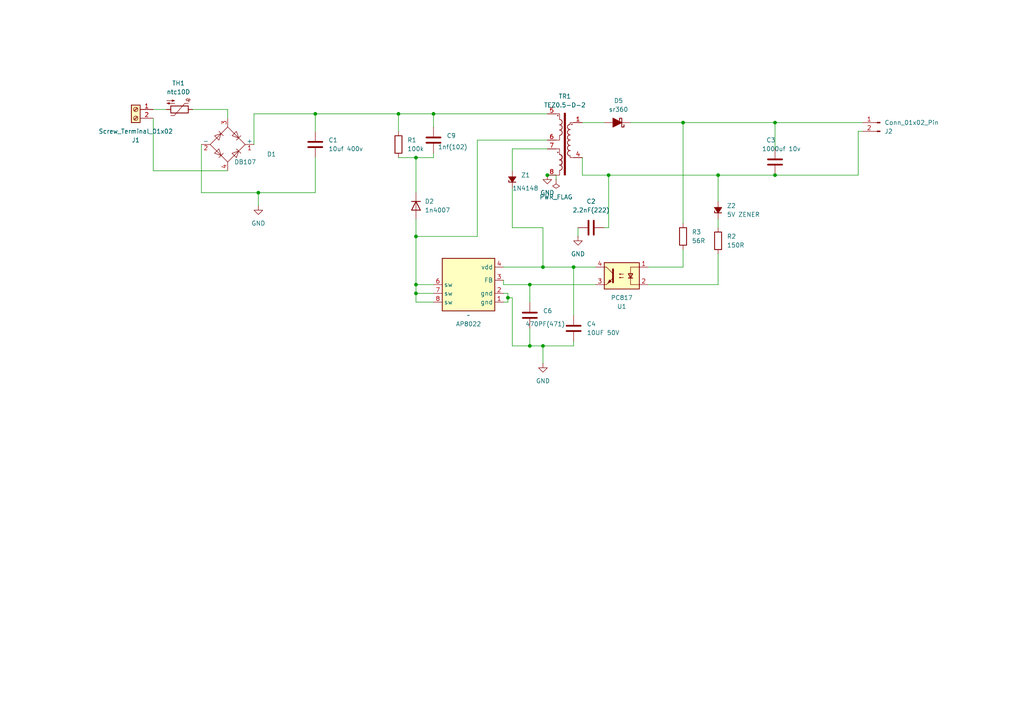
<source format=kicad_sch>
(kicad_sch
	(version 20231120)
	(generator "eeschema")
	(generator_version "8.0")
	(uuid "83da9ef3-fd21-414c-becd-8f221c3d2e2d")
	(paper "A4")
	(lib_symbols
		(symbol "Connector:Conn_01x02_Pin"
			(pin_names
				(offset 1.016) hide)
			(exclude_from_sim no)
			(in_bom yes)
			(on_board yes)
			(property "Reference" "J"
				(at 0 2.54 0)
				(effects
					(font
						(size 1.27 1.27)
					)
				)
			)
			(property "Value" "Conn_01x02_Pin"
				(at 0 -5.08 0)
				(effects
					(font
						(size 1.27 1.27)
					)
				)
			)
			(property "Footprint" ""
				(at 0 0 0)
				(effects
					(font
						(size 1.27 1.27)
					)
					(hide yes)
				)
			)
			(property "Datasheet" "~"
				(at 0 0 0)
				(effects
					(font
						(size 1.27 1.27)
					)
					(hide yes)
				)
			)
			(property "Description" "Generic connector, single row, 01x02, script generated"
				(at 0 0 0)
				(effects
					(font
						(size 1.27 1.27)
					)
					(hide yes)
				)
			)
			(property "ki_locked" ""
				(at 0 0 0)
				(effects
					(font
						(size 1.27 1.27)
					)
				)
			)
			(property "ki_keywords" "connector"
				(at 0 0 0)
				(effects
					(font
						(size 1.27 1.27)
					)
					(hide yes)
				)
			)
			(property "ki_fp_filters" "Connector*:*_1x??_*"
				(at 0 0 0)
				(effects
					(font
						(size 1.27 1.27)
					)
					(hide yes)
				)
			)
			(symbol "Conn_01x02_Pin_1_1"
				(polyline
					(pts
						(xy 1.27 -2.54) (xy 0.8636 -2.54)
					)
					(stroke
						(width 0.1524)
						(type default)
					)
					(fill
						(type none)
					)
				)
				(polyline
					(pts
						(xy 1.27 0) (xy 0.8636 0)
					)
					(stroke
						(width 0.1524)
						(type default)
					)
					(fill
						(type none)
					)
				)
				(rectangle
					(start 0.8636 -2.413)
					(end 0 -2.667)
					(stroke
						(width 0.1524)
						(type default)
					)
					(fill
						(type outline)
					)
				)
				(rectangle
					(start 0.8636 0.127)
					(end 0 -0.127)
					(stroke
						(width 0.1524)
						(type default)
					)
					(fill
						(type outline)
					)
				)
				(pin passive line
					(at 5.08 0 180)
					(length 3.81)
					(name "Pin_1"
						(effects
							(font
								(size 1.27 1.27)
							)
						)
					)
					(number "1"
						(effects
							(font
								(size 1.27 1.27)
							)
						)
					)
				)
				(pin passive line
					(at 5.08 -2.54 180)
					(length 3.81)
					(name "Pin_2"
						(effects
							(font
								(size 1.27 1.27)
							)
						)
					)
					(number "2"
						(effects
							(font
								(size 1.27 1.27)
							)
						)
					)
				)
			)
		)
		(symbol "Connector:Screw_Terminal_01x02"
			(pin_names
				(offset 1.016) hide)
			(exclude_from_sim no)
			(in_bom yes)
			(on_board yes)
			(property "Reference" "J"
				(at 0 2.54 0)
				(effects
					(font
						(size 1.27 1.27)
					)
				)
			)
			(property "Value" "Screw_Terminal_01x02"
				(at 0 -5.08 0)
				(effects
					(font
						(size 1.27 1.27)
					)
				)
			)
			(property "Footprint" ""
				(at 0 0 0)
				(effects
					(font
						(size 1.27 1.27)
					)
					(hide yes)
				)
			)
			(property "Datasheet" "~"
				(at 0 0 0)
				(effects
					(font
						(size 1.27 1.27)
					)
					(hide yes)
				)
			)
			(property "Description" "Generic screw terminal, single row, 01x02, script generated (kicad-library-utils/schlib/autogen/connector/)"
				(at 0 0 0)
				(effects
					(font
						(size 1.27 1.27)
					)
					(hide yes)
				)
			)
			(property "ki_keywords" "screw terminal"
				(at 0 0 0)
				(effects
					(font
						(size 1.27 1.27)
					)
					(hide yes)
				)
			)
			(property "ki_fp_filters" "TerminalBlock*:*"
				(at 0 0 0)
				(effects
					(font
						(size 1.27 1.27)
					)
					(hide yes)
				)
			)
			(symbol "Screw_Terminal_01x02_1_1"
				(rectangle
					(start -1.27 1.27)
					(end 1.27 -3.81)
					(stroke
						(width 0.254)
						(type default)
					)
					(fill
						(type background)
					)
				)
				(circle
					(center 0 -2.54)
					(radius 0.635)
					(stroke
						(width 0.1524)
						(type default)
					)
					(fill
						(type none)
					)
				)
				(polyline
					(pts
						(xy -0.5334 -2.2098) (xy 0.3302 -3.048)
					)
					(stroke
						(width 0.1524)
						(type default)
					)
					(fill
						(type none)
					)
				)
				(polyline
					(pts
						(xy -0.5334 0.3302) (xy 0.3302 -0.508)
					)
					(stroke
						(width 0.1524)
						(type default)
					)
					(fill
						(type none)
					)
				)
				(polyline
					(pts
						(xy -0.3556 -2.032) (xy 0.508 -2.8702)
					)
					(stroke
						(width 0.1524)
						(type default)
					)
					(fill
						(type none)
					)
				)
				(polyline
					(pts
						(xy -0.3556 0.508) (xy 0.508 -0.3302)
					)
					(stroke
						(width 0.1524)
						(type default)
					)
					(fill
						(type none)
					)
				)
				(circle
					(center 0 0)
					(radius 0.635)
					(stroke
						(width 0.1524)
						(type default)
					)
					(fill
						(type none)
					)
				)
				(pin passive line
					(at -5.08 0 0)
					(length 3.81)
					(name "Pin_1"
						(effects
							(font
								(size 1.27 1.27)
							)
						)
					)
					(number "1"
						(effects
							(font
								(size 1.27 1.27)
							)
						)
					)
				)
				(pin passive line
					(at -5.08 -2.54 0)
					(length 3.81)
					(name "Pin_2"
						(effects
							(font
								(size 1.27 1.27)
							)
						)
					)
					(number "2"
						(effects
							(font
								(size 1.27 1.27)
							)
						)
					)
				)
			)
		)
		(symbol "Device:C"
			(pin_numbers hide)
			(pin_names
				(offset 0.254)
			)
			(exclude_from_sim no)
			(in_bom yes)
			(on_board yes)
			(property "Reference" "C"
				(at 0.635 2.54 0)
				(effects
					(font
						(size 1.27 1.27)
					)
					(justify left)
				)
			)
			(property "Value" "C"
				(at 0.635 -2.54 0)
				(effects
					(font
						(size 1.27 1.27)
					)
					(justify left)
				)
			)
			(property "Footprint" ""
				(at 0.9652 -3.81 0)
				(effects
					(font
						(size 1.27 1.27)
					)
					(hide yes)
				)
			)
			(property "Datasheet" "~"
				(at 0 0 0)
				(effects
					(font
						(size 1.27 1.27)
					)
					(hide yes)
				)
			)
			(property "Description" "Unpolarized capacitor"
				(at 0 0 0)
				(effects
					(font
						(size 1.27 1.27)
					)
					(hide yes)
				)
			)
			(property "ki_keywords" "cap capacitor"
				(at 0 0 0)
				(effects
					(font
						(size 1.27 1.27)
					)
					(hide yes)
				)
			)
			(property "ki_fp_filters" "C_*"
				(at 0 0 0)
				(effects
					(font
						(size 1.27 1.27)
					)
					(hide yes)
				)
			)
			(symbol "C_0_1"
				(polyline
					(pts
						(xy -2.032 -0.762) (xy 2.032 -0.762)
					)
					(stroke
						(width 0.508)
						(type default)
					)
					(fill
						(type none)
					)
				)
				(polyline
					(pts
						(xy -2.032 0.762) (xy 2.032 0.762)
					)
					(stroke
						(width 0.508)
						(type default)
					)
					(fill
						(type none)
					)
				)
			)
			(symbol "C_1_1"
				(pin passive line
					(at 0 3.81 270)
					(length 2.794)
					(name "~"
						(effects
							(font
								(size 1.27 1.27)
							)
						)
					)
					(number "1"
						(effects
							(font
								(size 1.27 1.27)
							)
						)
					)
				)
				(pin passive line
					(at 0 -3.81 90)
					(length 2.794)
					(name "~"
						(effects
							(font
								(size 1.27 1.27)
							)
						)
					)
					(number "2"
						(effects
							(font
								(size 1.27 1.27)
							)
						)
					)
				)
			)
		)
		(symbol "Device:D"
			(pin_numbers hide)
			(pin_names
				(offset 1.016) hide)
			(exclude_from_sim no)
			(in_bom yes)
			(on_board yes)
			(property "Reference" "D"
				(at 0 2.54 0)
				(effects
					(font
						(size 1.27 1.27)
					)
				)
			)
			(property "Value" "D"
				(at 0 -2.54 0)
				(effects
					(font
						(size 1.27 1.27)
					)
				)
			)
			(property "Footprint" ""
				(at 0 0 0)
				(effects
					(font
						(size 1.27 1.27)
					)
					(hide yes)
				)
			)
			(property "Datasheet" "~"
				(at 0 0 0)
				(effects
					(font
						(size 1.27 1.27)
					)
					(hide yes)
				)
			)
			(property "Description" "Diode"
				(at 0 0 0)
				(effects
					(font
						(size 1.27 1.27)
					)
					(hide yes)
				)
			)
			(property "Sim.Device" "D"
				(at 0 0 0)
				(effects
					(font
						(size 1.27 1.27)
					)
					(hide yes)
				)
			)
			(property "Sim.Pins" "1=K 2=A"
				(at 0 0 0)
				(effects
					(font
						(size 1.27 1.27)
					)
					(hide yes)
				)
			)
			(property "ki_keywords" "diode"
				(at 0 0 0)
				(effects
					(font
						(size 1.27 1.27)
					)
					(hide yes)
				)
			)
			(property "ki_fp_filters" "TO-???* *_Diode_* *SingleDiode* D_*"
				(at 0 0 0)
				(effects
					(font
						(size 1.27 1.27)
					)
					(hide yes)
				)
			)
			(symbol "D_0_1"
				(polyline
					(pts
						(xy -1.27 1.27) (xy -1.27 -1.27)
					)
					(stroke
						(width 0.254)
						(type default)
					)
					(fill
						(type none)
					)
				)
				(polyline
					(pts
						(xy 1.27 0) (xy -1.27 0)
					)
					(stroke
						(width 0)
						(type default)
					)
					(fill
						(type none)
					)
				)
				(polyline
					(pts
						(xy 1.27 1.27) (xy 1.27 -1.27) (xy -1.27 0) (xy 1.27 1.27)
					)
					(stroke
						(width 0.254)
						(type default)
					)
					(fill
						(type none)
					)
				)
			)
			(symbol "D_1_1"
				(pin passive line
					(at -3.81 0 0)
					(length 2.54)
					(name "K"
						(effects
							(font
								(size 1.27 1.27)
							)
						)
					)
					(number "1"
						(effects
							(font
								(size 1.27 1.27)
							)
						)
					)
				)
				(pin passive line
					(at 3.81 0 180)
					(length 2.54)
					(name "A"
						(effects
							(font
								(size 1.27 1.27)
							)
						)
					)
					(number "2"
						(effects
							(font
								(size 1.27 1.27)
							)
						)
					)
				)
			)
		)
		(symbol "Device:D_Schottky_Filled"
			(pin_numbers hide)
			(pin_names
				(offset 1.016) hide)
			(exclude_from_sim no)
			(in_bom yes)
			(on_board yes)
			(property "Reference" "D"
				(at 0 2.54 0)
				(effects
					(font
						(size 1.27 1.27)
					)
				)
			)
			(property "Value" "D_Schottky_Filled"
				(at 0 -2.54 0)
				(effects
					(font
						(size 1.27 1.27)
					)
				)
			)
			(property "Footprint" ""
				(at 0 0 0)
				(effects
					(font
						(size 1.27 1.27)
					)
					(hide yes)
				)
			)
			(property "Datasheet" "~"
				(at 0 0 0)
				(effects
					(font
						(size 1.27 1.27)
					)
					(hide yes)
				)
			)
			(property "Description" "Schottky diode, filled shape"
				(at 0 0 0)
				(effects
					(font
						(size 1.27 1.27)
					)
					(hide yes)
				)
			)
			(property "ki_keywords" "diode Schottky"
				(at 0 0 0)
				(effects
					(font
						(size 1.27 1.27)
					)
					(hide yes)
				)
			)
			(property "ki_fp_filters" "TO-???* *_Diode_* *SingleDiode* D_*"
				(at 0 0 0)
				(effects
					(font
						(size 1.27 1.27)
					)
					(hide yes)
				)
			)
			(symbol "D_Schottky_Filled_0_1"
				(polyline
					(pts
						(xy 1.27 0) (xy -1.27 0)
					)
					(stroke
						(width 0)
						(type default)
					)
					(fill
						(type none)
					)
				)
				(polyline
					(pts
						(xy 1.27 1.27) (xy 1.27 -1.27) (xy -1.27 0) (xy 1.27 1.27)
					)
					(stroke
						(width 0.254)
						(type default)
					)
					(fill
						(type outline)
					)
				)
				(polyline
					(pts
						(xy -1.905 0.635) (xy -1.905 1.27) (xy -1.27 1.27) (xy -1.27 -1.27) (xy -0.635 -1.27) (xy -0.635 -0.635)
					)
					(stroke
						(width 0.254)
						(type default)
					)
					(fill
						(type none)
					)
				)
			)
			(symbol "D_Schottky_Filled_1_1"
				(pin passive line
					(at -3.81 0 0)
					(length 2.54)
					(name "K"
						(effects
							(font
								(size 1.27 1.27)
							)
						)
					)
					(number "1"
						(effects
							(font
								(size 1.27 1.27)
							)
						)
					)
				)
				(pin passive line
					(at 3.81 0 180)
					(length 2.54)
					(name "A"
						(effects
							(font
								(size 1.27 1.27)
							)
						)
					)
					(number "2"
						(effects
							(font
								(size 1.27 1.27)
							)
						)
					)
				)
			)
		)
		(symbol "Device:D_Zener_Small_Filled"
			(pin_numbers hide)
			(pin_names
				(offset 0.254) hide)
			(exclude_from_sim no)
			(in_bom yes)
			(on_board yes)
			(property "Reference" "D"
				(at 0 2.286 0)
				(effects
					(font
						(size 1.27 1.27)
					)
				)
			)
			(property "Value" "D_Zener_Small_Filled"
				(at 0 -2.286 0)
				(effects
					(font
						(size 1.27 1.27)
					)
				)
			)
			(property "Footprint" ""
				(at 0 0 90)
				(effects
					(font
						(size 1.27 1.27)
					)
					(hide yes)
				)
			)
			(property "Datasheet" "~"
				(at 0 0 90)
				(effects
					(font
						(size 1.27 1.27)
					)
					(hide yes)
				)
			)
			(property "Description" "Zener diode, small symbol, filled shape"
				(at 0 0 0)
				(effects
					(font
						(size 1.27 1.27)
					)
					(hide yes)
				)
			)
			(property "ki_keywords" "diode"
				(at 0 0 0)
				(effects
					(font
						(size 1.27 1.27)
					)
					(hide yes)
				)
			)
			(property "ki_fp_filters" "TO-???* *_Diode_* *SingleDiode* D_*"
				(at 0 0 0)
				(effects
					(font
						(size 1.27 1.27)
					)
					(hide yes)
				)
			)
			(symbol "D_Zener_Small_Filled_0_1"
				(polyline
					(pts
						(xy 0.762 0) (xy -0.762 0)
					)
					(stroke
						(width 0)
						(type default)
					)
					(fill
						(type none)
					)
				)
				(polyline
					(pts
						(xy -0.254 1.016) (xy -0.762 1.016) (xy -0.762 -1.016)
					)
					(stroke
						(width 0.254)
						(type default)
					)
					(fill
						(type none)
					)
				)
				(polyline
					(pts
						(xy 0.762 1.016) (xy -0.762 0) (xy 0.762 -1.016) (xy 0.762 1.016)
					)
					(stroke
						(width 0.254)
						(type default)
					)
					(fill
						(type outline)
					)
				)
			)
			(symbol "D_Zener_Small_Filled_1_1"
				(pin passive line
					(at -2.54 0 0)
					(length 1.778)
					(name "K"
						(effects
							(font
								(size 1.27 1.27)
							)
						)
					)
					(number "1"
						(effects
							(font
								(size 1.27 1.27)
							)
						)
					)
				)
				(pin passive line
					(at 2.54 0 180)
					(length 1.778)
					(name "A"
						(effects
							(font
								(size 1.27 1.27)
							)
						)
					)
					(number "2"
						(effects
							(font
								(size 1.27 1.27)
							)
						)
					)
				)
			)
		)
		(symbol "Device:R"
			(pin_numbers hide)
			(pin_names
				(offset 0)
			)
			(exclude_from_sim no)
			(in_bom yes)
			(on_board yes)
			(property "Reference" "R"
				(at 2.032 0 90)
				(effects
					(font
						(size 1.27 1.27)
					)
				)
			)
			(property "Value" "R"
				(at 0 0 90)
				(effects
					(font
						(size 1.27 1.27)
					)
				)
			)
			(property "Footprint" ""
				(at -1.778 0 90)
				(effects
					(font
						(size 1.27 1.27)
					)
					(hide yes)
				)
			)
			(property "Datasheet" "~"
				(at 0 0 0)
				(effects
					(font
						(size 1.27 1.27)
					)
					(hide yes)
				)
			)
			(property "Description" "Resistor"
				(at 0 0 0)
				(effects
					(font
						(size 1.27 1.27)
					)
					(hide yes)
				)
			)
			(property "ki_keywords" "R res resistor"
				(at 0 0 0)
				(effects
					(font
						(size 1.27 1.27)
					)
					(hide yes)
				)
			)
			(property "ki_fp_filters" "R_*"
				(at 0 0 0)
				(effects
					(font
						(size 1.27 1.27)
					)
					(hide yes)
				)
			)
			(symbol "R_0_1"
				(rectangle
					(start -1.016 -2.54)
					(end 1.016 2.54)
					(stroke
						(width 0.254)
						(type default)
					)
					(fill
						(type none)
					)
				)
			)
			(symbol "R_1_1"
				(pin passive line
					(at 0 3.81 270)
					(length 1.27)
					(name "~"
						(effects
							(font
								(size 1.27 1.27)
							)
						)
					)
					(number "1"
						(effects
							(font
								(size 1.27 1.27)
							)
						)
					)
				)
				(pin passive line
					(at 0 -3.81 90)
					(length 1.27)
					(name "~"
						(effects
							(font
								(size 1.27 1.27)
							)
						)
					)
					(number "2"
						(effects
							(font
								(size 1.27 1.27)
							)
						)
					)
				)
			)
		)
		(symbol "Device:Thermistor_NTC"
			(pin_numbers hide)
			(pin_names
				(offset 0)
			)
			(exclude_from_sim no)
			(in_bom yes)
			(on_board yes)
			(property "Reference" "TH"
				(at -4.445 0 90)
				(effects
					(font
						(size 1.27 1.27)
					)
				)
			)
			(property "Value" "Thermistor_NTC"
				(at 3.175 0 90)
				(effects
					(font
						(size 1.27 1.27)
					)
				)
			)
			(property "Footprint" ""
				(at 0 1.27 0)
				(effects
					(font
						(size 1.27 1.27)
					)
					(hide yes)
				)
			)
			(property "Datasheet" "~"
				(at 0 1.27 0)
				(effects
					(font
						(size 1.27 1.27)
					)
					(hide yes)
				)
			)
			(property "Description" "Temperature dependent resistor, negative temperature coefficient"
				(at 0 0 0)
				(effects
					(font
						(size 1.27 1.27)
					)
					(hide yes)
				)
			)
			(property "ki_keywords" "thermistor NTC resistor sensor RTD"
				(at 0 0 0)
				(effects
					(font
						(size 1.27 1.27)
					)
					(hide yes)
				)
			)
			(property "ki_fp_filters" "*NTC* *Thermistor* PIN?ARRAY* bornier* *Terminal?Block* R_*"
				(at 0 0 0)
				(effects
					(font
						(size 1.27 1.27)
					)
					(hide yes)
				)
			)
			(symbol "Thermistor_NTC_0_1"
				(arc
					(start -3.048 2.159)
					(mid -3.0495 2.3143)
					(end -3.175 2.413)
					(stroke
						(width 0)
						(type default)
					)
					(fill
						(type none)
					)
				)
				(arc
					(start -3.048 2.159)
					(mid -2.9736 1.9794)
					(end -2.794 1.905)
					(stroke
						(width 0)
						(type default)
					)
					(fill
						(type none)
					)
				)
				(arc
					(start -3.048 2.794)
					(mid -2.9736 2.6144)
					(end -2.794 2.54)
					(stroke
						(width 0)
						(type default)
					)
					(fill
						(type none)
					)
				)
				(arc
					(start -2.794 1.905)
					(mid -2.6144 1.9794)
					(end -2.54 2.159)
					(stroke
						(width 0)
						(type default)
					)
					(fill
						(type none)
					)
				)
				(arc
					(start -2.794 2.54)
					(mid -2.4393 2.5587)
					(end -2.159 2.794)
					(stroke
						(width 0)
						(type default)
					)
					(fill
						(type none)
					)
				)
				(arc
					(start -2.794 3.048)
					(mid -2.9736 2.9736)
					(end -3.048 2.794)
					(stroke
						(width 0)
						(type default)
					)
					(fill
						(type none)
					)
				)
				(arc
					(start -2.54 2.794)
					(mid -2.6144 2.9736)
					(end -2.794 3.048)
					(stroke
						(width 0)
						(type default)
					)
					(fill
						(type none)
					)
				)
				(rectangle
					(start -1.016 2.54)
					(end 1.016 -2.54)
					(stroke
						(width 0.254)
						(type default)
					)
					(fill
						(type none)
					)
				)
				(polyline
					(pts
						(xy -2.54 2.159) (xy -2.54 2.794)
					)
					(stroke
						(width 0)
						(type default)
					)
					(fill
						(type none)
					)
				)
				(polyline
					(pts
						(xy -1.778 2.54) (xy -1.778 1.524) (xy 1.778 -1.524) (xy 1.778 -2.54)
					)
					(stroke
						(width 0)
						(type default)
					)
					(fill
						(type none)
					)
				)
				(polyline
					(pts
						(xy -2.54 -3.683) (xy -2.54 -1.397) (xy -2.794 -2.159) (xy -2.286 -2.159) (xy -2.54 -1.397) (xy -2.54 -1.651)
					)
					(stroke
						(width 0)
						(type default)
					)
					(fill
						(type outline)
					)
				)
				(polyline
					(pts
						(xy -1.778 -1.397) (xy -1.778 -3.683) (xy -2.032 -2.921) (xy -1.524 -2.921) (xy -1.778 -3.683)
						(xy -1.778 -3.429)
					)
					(stroke
						(width 0)
						(type default)
					)
					(fill
						(type outline)
					)
				)
			)
			(symbol "Thermistor_NTC_1_1"
				(pin passive line
					(at 0 3.81 270)
					(length 1.27)
					(name "~"
						(effects
							(font
								(size 1.27 1.27)
							)
						)
					)
					(number "1"
						(effects
							(font
								(size 1.27 1.27)
							)
						)
					)
				)
				(pin passive line
					(at 0 -3.81 90)
					(length 1.27)
					(name "~"
						(effects
							(font
								(size 1.27 1.27)
							)
						)
					)
					(number "2"
						(effects
							(font
								(size 1.27 1.27)
							)
						)
					)
				)
			)
		)
		(symbol "Diode_Bridge:B80C800DM"
			(pin_names
				(offset 0)
			)
			(exclude_from_sim no)
			(in_bom yes)
			(on_board yes)
			(property "Reference" "D"
				(at 2.54 6.985 0)
				(effects
					(font
						(size 1.27 1.27)
					)
					(justify left)
				)
			)
			(property "Value" "B80C800DM"
				(at 2.54 5.08 0)
				(effects
					(font
						(size 1.27 1.27)
					)
					(justify left)
				)
			)
			(property "Footprint" "Diode_THT:Diode_Bridge_DIP-4_W7.62mm_P5.08mm"
				(at 3.81 3.175 0)
				(effects
					(font
						(size 1.27 1.27)
					)
					(justify left)
					(hide yes)
				)
			)
			(property "Datasheet" "https://www.vishay.com/docs/88533/800dm.pdf"
				(at 0 0 0)
				(effects
					(font
						(size 1.27 1.27)
					)
					(hide yes)
				)
			)
			(property "Description" "Glass Passivated Single-Phase Bridge Rectifier, 80V Vrms, 0.8A If, DIP-4"
				(at 0 0 0)
				(effects
					(font
						(size 1.27 1.27)
					)
					(hide yes)
				)
			)
			(property "ki_keywords" "rectifier acdc"
				(at 0 0 0)
				(effects
					(font
						(size 1.27 1.27)
					)
					(hide yes)
				)
			)
			(property "ki_fp_filters" "Diode*Bridge*DIP*W7.62mm*P5.08mm*"
				(at 0 0 0)
				(effects
					(font
						(size 1.27 1.27)
					)
					(hide yes)
				)
			)
			(symbol "B80C800DM_0_1"
				(polyline
					(pts
						(xy -2.54 3.81) (xy -1.27 2.54)
					)
					(stroke
						(width 0)
						(type default)
					)
					(fill
						(type none)
					)
				)
				(polyline
					(pts
						(xy -1.27 -2.54) (xy -2.54 -3.81)
					)
					(stroke
						(width 0)
						(type default)
					)
					(fill
						(type none)
					)
				)
				(polyline
					(pts
						(xy 2.54 -1.27) (xy 3.81 -2.54)
					)
					(stroke
						(width 0)
						(type default)
					)
					(fill
						(type none)
					)
				)
				(polyline
					(pts
						(xy 2.54 1.27) (xy 3.81 2.54)
					)
					(stroke
						(width 0)
						(type default)
					)
					(fill
						(type none)
					)
				)
				(polyline
					(pts
						(xy -3.81 2.54) (xy -2.54 1.27) (xy -1.905 3.175) (xy -3.81 2.54)
					)
					(stroke
						(width 0)
						(type default)
					)
					(fill
						(type none)
					)
				)
				(polyline
					(pts
						(xy -2.54 -1.27) (xy -3.81 -2.54) (xy -1.905 -3.175) (xy -2.54 -1.27)
					)
					(stroke
						(width 0)
						(type default)
					)
					(fill
						(type none)
					)
				)
				(polyline
					(pts
						(xy 1.27 2.54) (xy 2.54 3.81) (xy 3.175 1.905) (xy 1.27 2.54)
					)
					(stroke
						(width 0)
						(type default)
					)
					(fill
						(type none)
					)
				)
				(polyline
					(pts
						(xy 3.175 -1.905) (xy 1.27 -2.54) (xy 2.54 -3.81) (xy 3.175 -1.905)
					)
					(stroke
						(width 0)
						(type default)
					)
					(fill
						(type none)
					)
				)
				(polyline
					(pts
						(xy -5.08 0) (xy 0 -5.08) (xy 5.08 0) (xy 0 5.08) (xy -5.08 0)
					)
					(stroke
						(width 0)
						(type default)
					)
					(fill
						(type none)
					)
				)
			)
			(symbol "B80C800DM_1_1"
				(pin passive line
					(at 7.62 0 180)
					(length 2.54)
					(name "+"
						(effects
							(font
								(size 1.27 1.27)
							)
						)
					)
					(number "1"
						(effects
							(font
								(size 1.27 1.27)
							)
						)
					)
				)
				(pin passive line
					(at -7.62 0 0)
					(length 2.54)
					(name "-"
						(effects
							(font
								(size 1.27 1.27)
							)
						)
					)
					(number "2"
						(effects
							(font
								(size 1.27 1.27)
							)
						)
					)
				)
				(pin passive line
					(at 0 -7.62 90)
					(length 2.54)
					(name "~"
						(effects
							(font
								(size 1.27 1.27)
							)
						)
					)
					(number "3"
						(effects
							(font
								(size 1.27 1.27)
							)
						)
					)
				)
				(pin passive line
					(at 0 7.62 270)
					(length 2.54)
					(name "~"
						(effects
							(font
								(size 1.27 1.27)
							)
						)
					)
					(number "4"
						(effects
							(font
								(size 1.27 1.27)
							)
						)
					)
				)
			)
		)
		(symbol "Isolator:PC817"
			(pin_names
				(offset 1.016)
			)
			(exclude_from_sim no)
			(in_bom yes)
			(on_board yes)
			(property "Reference" "U"
				(at -5.08 5.08 0)
				(effects
					(font
						(size 1.27 1.27)
					)
					(justify left)
				)
			)
			(property "Value" "PC817"
				(at 0 5.08 0)
				(effects
					(font
						(size 1.27 1.27)
					)
					(justify left)
				)
			)
			(property "Footprint" "Package_DIP:DIP-4_W7.62mm"
				(at -5.08 -5.08 0)
				(effects
					(font
						(size 1.27 1.27)
						(italic yes)
					)
					(justify left)
					(hide yes)
				)
			)
			(property "Datasheet" "http://www.soselectronic.cz/a_info/resource/d/pc817.pdf"
				(at 0 0 0)
				(effects
					(font
						(size 1.27 1.27)
					)
					(justify left)
					(hide yes)
				)
			)
			(property "Description" "DC Optocoupler, Vce 35V, CTR 50-300%, DIP-4"
				(at 0 0 0)
				(effects
					(font
						(size 1.27 1.27)
					)
					(hide yes)
				)
			)
			(property "ki_keywords" "NPN DC Optocoupler"
				(at 0 0 0)
				(effects
					(font
						(size 1.27 1.27)
					)
					(hide yes)
				)
			)
			(property "ki_fp_filters" "DIP*W7.62mm*"
				(at 0 0 0)
				(effects
					(font
						(size 1.27 1.27)
					)
					(hide yes)
				)
			)
			(symbol "PC817_0_1"
				(rectangle
					(start -5.08 3.81)
					(end 5.08 -3.81)
					(stroke
						(width 0.254)
						(type default)
					)
					(fill
						(type background)
					)
				)
				(polyline
					(pts
						(xy -3.175 -0.635) (xy -1.905 -0.635)
					)
					(stroke
						(width 0.254)
						(type default)
					)
					(fill
						(type none)
					)
				)
				(polyline
					(pts
						(xy 2.54 0.635) (xy 4.445 2.54)
					)
					(stroke
						(width 0)
						(type default)
					)
					(fill
						(type none)
					)
				)
				(polyline
					(pts
						(xy 4.445 -2.54) (xy 2.54 -0.635)
					)
					(stroke
						(width 0)
						(type default)
					)
					(fill
						(type outline)
					)
				)
				(polyline
					(pts
						(xy 4.445 -2.54) (xy 5.08 -2.54)
					)
					(stroke
						(width 0)
						(type default)
					)
					(fill
						(type none)
					)
				)
				(polyline
					(pts
						(xy 4.445 2.54) (xy 5.08 2.54)
					)
					(stroke
						(width 0)
						(type default)
					)
					(fill
						(type none)
					)
				)
				(polyline
					(pts
						(xy -5.08 2.54) (xy -2.54 2.54) (xy -2.54 -0.635)
					)
					(stroke
						(width 0)
						(type default)
					)
					(fill
						(type none)
					)
				)
				(polyline
					(pts
						(xy -2.54 -0.635) (xy -2.54 -2.54) (xy -5.08 -2.54)
					)
					(stroke
						(width 0)
						(type default)
					)
					(fill
						(type none)
					)
				)
				(polyline
					(pts
						(xy 2.54 1.905) (xy 2.54 -1.905) (xy 2.54 -1.905)
					)
					(stroke
						(width 0.508)
						(type default)
					)
					(fill
						(type none)
					)
				)
				(polyline
					(pts
						(xy -2.54 -0.635) (xy -3.175 0.635) (xy -1.905 0.635) (xy -2.54 -0.635)
					)
					(stroke
						(width 0.254)
						(type default)
					)
					(fill
						(type none)
					)
				)
				(polyline
					(pts
						(xy -0.508 -0.508) (xy 0.762 -0.508) (xy 0.381 -0.635) (xy 0.381 -0.381) (xy 0.762 -0.508)
					)
					(stroke
						(width 0)
						(type default)
					)
					(fill
						(type none)
					)
				)
				(polyline
					(pts
						(xy -0.508 0.508) (xy 0.762 0.508) (xy 0.381 0.381) (xy 0.381 0.635) (xy 0.762 0.508)
					)
					(stroke
						(width 0)
						(type default)
					)
					(fill
						(type none)
					)
				)
				(polyline
					(pts
						(xy 3.048 -1.651) (xy 3.556 -1.143) (xy 4.064 -2.159) (xy 3.048 -1.651) (xy 3.048 -1.651)
					)
					(stroke
						(width 0)
						(type default)
					)
					(fill
						(type outline)
					)
				)
			)
			(symbol "PC817_1_1"
				(pin passive line
					(at -7.62 2.54 0)
					(length 2.54)
					(name "~"
						(effects
							(font
								(size 1.27 1.27)
							)
						)
					)
					(number "1"
						(effects
							(font
								(size 1.27 1.27)
							)
						)
					)
				)
				(pin passive line
					(at -7.62 -2.54 0)
					(length 2.54)
					(name "~"
						(effects
							(font
								(size 1.27 1.27)
							)
						)
					)
					(number "2"
						(effects
							(font
								(size 1.27 1.27)
							)
						)
					)
				)
				(pin passive line
					(at 7.62 -2.54 180)
					(length 2.54)
					(name "~"
						(effects
							(font
								(size 1.27 1.27)
							)
						)
					)
					(number "3"
						(effects
							(font
								(size 1.27 1.27)
							)
						)
					)
				)
				(pin passive line
					(at 7.62 2.54 180)
					(length 2.54)
					(name "~"
						(effects
							(font
								(size 1.27 1.27)
							)
						)
					)
					(number "4"
						(effects
							(font
								(size 1.27 1.27)
							)
						)
					)
				)
			)
		)
		(symbol "Regulator_Switching1:ap8002"
			(exclude_from_sim no)
			(in_bom yes)
			(on_board yes)
			(property "Reference" "U"
				(at 0 0 0)
				(effects
					(font
						(size 1.27 1.27)
					)
				)
			)
			(property "Value" ""
				(at 0 0 0)
				(effects
					(font
						(size 1.27 1.27)
					)
				)
			)
			(property "Footprint" ""
				(at 0 0 0)
				(effects
					(font
						(size 1.27 1.27)
					)
					(hide yes)
				)
			)
			(property "Datasheet" ""
				(at 0 0 0)
				(effects
					(font
						(size 1.27 1.27)
					)
					(hide yes)
				)
			)
			(property "Description" ""
				(at 0 0 0)
				(effects
					(font
						(size 1.27 1.27)
					)
					(hide yes)
				)
			)
			(symbol "ap8002_0_1"
				(rectangle
					(start -7.62 7.62)
					(end 7.62 -7.62)
					(stroke
						(width 0.254)
						(type default)
					)
					(fill
						(type background)
					)
				)
			)
			(symbol "ap8002_1_1"
				(pin passive line
					(at 10.16 5.08 180)
					(length 2.54)
					(name "gnd"
						(effects
							(font
								(size 1.27 1.27)
							)
						)
					)
					(number "1"
						(effects
							(font
								(size 1.27 1.27)
							)
						)
					)
				)
				(pin passive line
					(at 10.16 2.54 180)
					(length 2.54)
					(name "gnd"
						(effects
							(font
								(size 1.27 1.27)
							)
						)
					)
					(number "2"
						(effects
							(font
								(size 1.27 1.27)
							)
						)
					)
				)
				(pin passive line
					(at 10.16 -1.27 180)
					(length 2.54)
					(name "FB"
						(effects
							(font
								(size 1.27 1.27)
							)
						)
					)
					(number "3"
						(effects
							(font
								(size 1.27 1.27)
							)
						)
					)
				)
				(pin input line
					(at 10.16 -5.08 180)
					(length 2.54)
					(name "vdd"
						(effects
							(font
								(size 1.27 1.27)
							)
						)
					)
					(number "4"
						(effects
							(font
								(size 1.27 1.27)
							)
						)
					)
				)
				(pin no_connect line
					(at -10.16 -5.08 0)
					(length 2.54) hide
					(name "nc"
						(effects
							(font
								(size 1.27 1.27)
							)
						)
					)
					(number "5"
						(effects
							(font
								(size 1.27 1.27)
							)
						)
					)
				)
				(pin input line
					(at -10.16 0 0)
					(length 2.54)
					(name "sw"
						(effects
							(font
								(size 1.27 1.27)
							)
						)
					)
					(number "6"
						(effects
							(font
								(size 1.27 1.27)
							)
						)
					)
				)
				(pin input line
					(at -10.16 2.54 0)
					(length 2.54)
					(name "sw"
						(effects
							(font
								(size 1.27 1.27)
							)
						)
					)
					(number "7"
						(effects
							(font
								(size 1.27 1.27)
							)
						)
					)
				)
				(pin input line
					(at -10.16 5.08 0)
					(length 2.54)
					(name "sw"
						(effects
							(font
								(size 1.27 1.27)
							)
						)
					)
					(number "8"
						(effects
							(font
								(size 1.27 1.27)
							)
						)
					)
				)
			)
		)
		(symbol "Transformer:TEZ0.5-D-2"
			(pin_names
				(offset 0.0254)
			)
			(exclude_from_sim no)
			(in_bom yes)
			(on_board yes)
			(property "Reference" "TR"
				(at 0 8.89 0)
				(effects
					(font
						(size 1.27 1.27)
					)
				)
			)
			(property "Value" "TEZ0.5-D-2"
				(at 0 -11.43 0)
				(effects
					(font
						(size 1.27 1.27)
					)
				)
			)
			(property "Footprint" "Transformer_THT:Transformer_Breve_TEZ-22x24"
				(at 0 -13.97 0)
				(effects
					(font
						(size 1.27 1.27)
						(italic yes)
					)
					(hide yes)
				)
			)
			(property "Datasheet" "http://www.breve.pl/pdf/ANG/TEZ_ang.pdf"
				(at 0 0 0)
				(effects
					(font
						(size 1.27 1.27)
					)
					(hide yes)
				)
			)
			(property "Description" "TEZ0.5/D/x-x, 0.5VA, Dual Secondary, Cast Resin Transformer, PCB"
				(at 0 0 0)
				(effects
					(font
						(size 1.27 1.27)
					)
					(hide yes)
				)
			)
			(property "ki_keywords" "0.5VA PCB Transformer Dual Secondary"
				(at 0 0 0)
				(effects
					(font
						(size 1.27 1.27)
					)
					(hide yes)
				)
			)
			(property "ki_fp_filters" "Transformer*Breve*TEZ*22x24*"
				(at 0 0 0)
				(effects
					(font
						(size 1.27 1.27)
					)
					(hide yes)
				)
			)
			(symbol "TEZ0.5-D-2_0_1"
				(circle
					(center -2.032 4.572)
					(radius 0.127)
					(stroke
						(width 0)
						(type default)
					)
					(fill
						(type none)
					)
				)
				(arc
					(start -1.524 -4.572)
					(mid -0.7653 -3.81)
					(end -1.524 -3.048)
					(stroke
						(width 0.2032)
						(type default)
					)
					(fill
						(type none)
					)
				)
				(arc
					(start -1.524 -3.048)
					(mid -0.7653 -2.286)
					(end -1.524 -1.524)
					(stroke
						(width 0.2032)
						(type default)
					)
					(fill
						(type none)
					)
				)
				(arc
					(start -1.524 -1.524)
					(mid -0.7653 -0.762)
					(end -1.524 0)
					(stroke
						(width 0.2032)
						(type default)
					)
					(fill
						(type none)
					)
				)
				(arc
					(start -1.524 0)
					(mid -0.7653 0.762)
					(end -1.524 1.524)
					(stroke
						(width 0.2032)
						(type default)
					)
					(fill
						(type none)
					)
				)
				(arc
					(start -1.524 1.524)
					(mid -0.7653 2.286)
					(end -1.524 3.048)
					(stroke
						(width 0.2032)
						(type default)
					)
					(fill
						(type none)
					)
				)
				(arc
					(start -1.524 3.048)
					(mid -0.7653 3.81)
					(end -1.524 4.572)
					(stroke
						(width 0.2032)
						(type default)
					)
					(fill
						(type none)
					)
				)
				(rectangle
					(start -0.254 7.874)
					(end 0.254 -10.16)
					(stroke
						(width 0.0254)
						(type default)
					)
					(fill
						(type outline)
					)
				)
				(polyline
					(pts
						(xy -1.524 -4.572) (xy -1.524 -5.08) (xy -2.54 -5.08)
					)
					(stroke
						(width 0)
						(type default)
					)
					(fill
						(type none)
					)
				)
				(polyline
					(pts
						(xy -1.524 4.572) (xy -1.524 5.08) (xy -2.54 5.08)
					)
					(stroke
						(width 0)
						(type default)
					)
					(fill
						(type none)
					)
				)
				(polyline
					(pts
						(xy 1.524 -8.89) (xy 1.524 -10.16) (xy 2.54 -10.16)
					)
					(stroke
						(width 0)
						(type default)
					)
					(fill
						(type none)
					)
				)
				(polyline
					(pts
						(xy 2.54 -2.54) (xy 1.524 -2.54) (xy 1.524 -4.064)
					)
					(stroke
						(width 0)
						(type default)
					)
					(fill
						(type none)
					)
				)
				(polyline
					(pts
						(xy 2.54 0) (xy 1.524 0) (xy 1.524 1.27)
					)
					(stroke
						(width 0)
						(type default)
					)
					(fill
						(type none)
					)
				)
				(polyline
					(pts
						(xy 2.54 7.62) (xy 1.524 7.62) (xy 1.524 6.096)
					)
					(stroke
						(width 0)
						(type default)
					)
					(fill
						(type none)
					)
				)
				(arc
					(start 1.524 -7.239)
					(mid 0.7653 -8.001)
					(end 1.524 -8.763)
					(stroke
						(width 0.2032)
						(type default)
					)
					(fill
						(type none)
					)
				)
				(arc
					(start 1.524 -5.715)
					(mid 0.7653 -6.477)
					(end 1.524 -7.239)
					(stroke
						(width 0.2032)
						(type default)
					)
					(fill
						(type none)
					)
				)
				(arc
					(start 1.524 -5.715)
					(mid 0.7653 -6.477)
					(end 1.524 -7.239)
					(stroke
						(width 0.2032)
						(type default)
					)
					(fill
						(type none)
					)
				)
				(arc
					(start 1.524 -4.191)
					(mid 0.7653 -4.953)
					(end 1.524 -5.715)
					(stroke
						(width 0.2032)
						(type default)
					)
					(fill
						(type none)
					)
				)
				(arc
					(start 1.524 -4.191)
					(mid 0.7653 -4.953)
					(end 1.524 -5.715)
					(stroke
						(width 0.2032)
						(type default)
					)
					(fill
						(type none)
					)
				)
				(arc
					(start 1.524 2.921)
					(mid 0.7653 2.159)
					(end 1.524 1.397)
					(stroke
						(width 0.2032)
						(type default)
					)
					(fill
						(type none)
					)
				)
				(arc
					(start 1.524 4.445)
					(mid 0.7653 3.683)
					(end 1.524 2.921)
					(stroke
						(width 0.2032)
						(type default)
					)
					(fill
						(type none)
					)
				)
				(arc
					(start 1.524 5.969)
					(mid 0.7653 5.207)
					(end 1.524 4.445)
					(stroke
						(width 0.2032)
						(type default)
					)
					(fill
						(type none)
					)
				)
				(circle
					(center 2.032 -3.556)
					(radius 0.127)
					(stroke
						(width 0)
						(type default)
					)
					(fill
						(type none)
					)
				)
				(circle
					(center 2.032 7.112)
					(radius 0.127)
					(stroke
						(width 0)
						(type default)
					)
					(fill
						(type none)
					)
				)
			)
			(symbol "TEZ0.5-D-2_1_1"
				(pin passive line
					(at -5.08 5.08 0)
					(length 2.54)
					(name "~"
						(effects
							(font
								(size 1.27 1.27)
							)
						)
					)
					(number "1"
						(effects
							(font
								(size 1.27 1.27)
							)
						)
					)
				)
				(pin passive line
					(at -5.08 -5.08 0)
					(length 2.54)
					(name "~"
						(effects
							(font
								(size 1.27 1.27)
							)
						)
					)
					(number "4"
						(effects
							(font
								(size 1.27 1.27)
							)
						)
					)
				)
				(pin passive line
					(at 5.08 7.62 180)
					(length 2.54)
					(name "~"
						(effects
							(font
								(size 1.27 1.27)
							)
						)
					)
					(number "5"
						(effects
							(font
								(size 1.27 1.27)
							)
						)
					)
				)
				(pin passive line
					(at 5.08 0 180)
					(length 2.54)
					(name "~"
						(effects
							(font
								(size 1.27 1.27)
							)
						)
					)
					(number "6"
						(effects
							(font
								(size 1.27 1.27)
							)
						)
					)
				)
				(pin passive line
					(at 5.08 -2.54 180)
					(length 2.54)
					(name "~"
						(effects
							(font
								(size 1.27 1.27)
							)
						)
					)
					(number "7"
						(effects
							(font
								(size 1.27 1.27)
							)
						)
					)
				)
				(pin passive line
					(at 5.08 -10.16 180)
					(length 2.54)
					(name "~"
						(effects
							(font
								(size 1.27 1.27)
							)
						)
					)
					(number "8"
						(effects
							(font
								(size 1.27 1.27)
							)
						)
					)
				)
			)
		)
		(symbol "power:GND"
			(power)
			(pin_numbers hide)
			(pin_names
				(offset 0) hide)
			(exclude_from_sim no)
			(in_bom yes)
			(on_board yes)
			(property "Reference" "#PWR"
				(at 0 -6.35 0)
				(effects
					(font
						(size 1.27 1.27)
					)
					(hide yes)
				)
			)
			(property "Value" "GND"
				(at 0 -3.81 0)
				(effects
					(font
						(size 1.27 1.27)
					)
				)
			)
			(property "Footprint" ""
				(at 0 0 0)
				(effects
					(font
						(size 1.27 1.27)
					)
					(hide yes)
				)
			)
			(property "Datasheet" ""
				(at 0 0 0)
				(effects
					(font
						(size 1.27 1.27)
					)
					(hide yes)
				)
			)
			(property "Description" "Power symbol creates a global label with name \"GND\" , ground"
				(at 0 0 0)
				(effects
					(font
						(size 1.27 1.27)
					)
					(hide yes)
				)
			)
			(property "ki_keywords" "global power"
				(at 0 0 0)
				(effects
					(font
						(size 1.27 1.27)
					)
					(hide yes)
				)
			)
			(symbol "GND_0_1"
				(polyline
					(pts
						(xy 0 0) (xy 0 -1.27) (xy 1.27 -1.27) (xy 0 -2.54) (xy -1.27 -1.27) (xy 0 -1.27)
					)
					(stroke
						(width 0)
						(type default)
					)
					(fill
						(type none)
					)
				)
			)
			(symbol "GND_1_1"
				(pin power_in line
					(at 0 0 270)
					(length 0)
					(name "~"
						(effects
							(font
								(size 1.27 1.27)
							)
						)
					)
					(number "1"
						(effects
							(font
								(size 1.27 1.27)
							)
						)
					)
				)
			)
		)
		(symbol "power:PWR_FLAG"
			(power)
			(pin_numbers hide)
			(pin_names
				(offset 0) hide)
			(exclude_from_sim no)
			(in_bom yes)
			(on_board yes)
			(property "Reference" "#FLG"
				(at 0 1.905 0)
				(effects
					(font
						(size 1.27 1.27)
					)
					(hide yes)
				)
			)
			(property "Value" "PWR_FLAG"
				(at 0 3.81 0)
				(effects
					(font
						(size 1.27 1.27)
					)
				)
			)
			(property "Footprint" ""
				(at 0 0 0)
				(effects
					(font
						(size 1.27 1.27)
					)
					(hide yes)
				)
			)
			(property "Datasheet" "~"
				(at 0 0 0)
				(effects
					(font
						(size 1.27 1.27)
					)
					(hide yes)
				)
			)
			(property "Description" "Special symbol for telling ERC where power comes from"
				(at 0 0 0)
				(effects
					(font
						(size 1.27 1.27)
					)
					(hide yes)
				)
			)
			(property "ki_keywords" "flag power"
				(at 0 0 0)
				(effects
					(font
						(size 1.27 1.27)
					)
					(hide yes)
				)
			)
			(symbol "PWR_FLAG_0_0"
				(pin power_out line
					(at 0 0 90)
					(length 0)
					(name "~"
						(effects
							(font
								(size 1.27 1.27)
							)
						)
					)
					(number "1"
						(effects
							(font
								(size 1.27 1.27)
							)
						)
					)
				)
			)
			(symbol "PWR_FLAG_0_1"
				(polyline
					(pts
						(xy 0 0) (xy 0 1.27) (xy -1.016 1.905) (xy 0 2.54) (xy 1.016 1.905) (xy 0 1.27)
					)
					(stroke
						(width 0)
						(type default)
					)
					(fill
						(type none)
					)
				)
			)
		)
	)
	(junction
		(at 120.65 85.09)
		(diameter 0)
		(color 0 0 0 0)
		(uuid "09a31be7-760e-4a02-8bde-1d064283f00a")
	)
	(junction
		(at 120.65 68.58)
		(diameter 0)
		(color 0 0 0 0)
		(uuid "0d53ae53-65e3-4c5e-a010-351b5ba143d5")
	)
	(junction
		(at 153.67 100.33)
		(diameter 0)
		(color 0 0 0 0)
		(uuid "1a149c15-ce81-4c13-ae51-a46fa3435fde")
	)
	(junction
		(at 125.73 33.02)
		(diameter 0)
		(color 0 0 0 0)
		(uuid "1af857c7-99dc-4507-b809-7005be258da5")
	)
	(junction
		(at 74.93 55.88)
		(diameter 0)
		(color 0 0 0 0)
		(uuid "3fe2265e-fb78-4f2f-ba6b-08b5c8283d4a")
	)
	(junction
		(at 115.57 33.02)
		(diameter 0)
		(color 0 0 0 0)
		(uuid "54642c02-7e62-42a0-8239-d085873a810d")
	)
	(junction
		(at 147.32 86.36)
		(diameter 0)
		(color 0 0 0 0)
		(uuid "54d7597b-0ffa-4fee-8974-cf67b51ec5d4")
	)
	(junction
		(at 157.48 100.33)
		(diameter 0)
		(color 0 0 0 0)
		(uuid "6d2bba47-6601-4021-af79-1308df20569d")
	)
	(junction
		(at 158.75 50.8)
		(diameter 0)
		(color 0 0 0 0)
		(uuid "70437602-1946-47c6-bb3d-6f2bcf573d0d")
	)
	(junction
		(at 91.44 33.02)
		(diameter 0)
		(color 0 0 0 0)
		(uuid "797b7352-0eef-4181-81bb-4d166a9ab074")
	)
	(junction
		(at 166.37 77.47)
		(diameter 0)
		(color 0 0 0 0)
		(uuid "7c388045-4bf3-40e0-be1c-678f8402dac9")
	)
	(junction
		(at 120.65 82.55)
		(diameter 0)
		(color 0 0 0 0)
		(uuid "9eb91cfd-fc98-476d-936a-08bc8e36cab3")
	)
	(junction
		(at 208.28 50.8)
		(diameter 0)
		(color 0 0 0 0)
		(uuid "9fa9852b-d58d-48d9-bf69-1150eb94bec6")
	)
	(junction
		(at 153.67 82.55)
		(diameter 0)
		(color 0 0 0 0)
		(uuid "a6c0d30c-8ef4-466c-b8e8-42da5e966278")
	)
	(junction
		(at 176.53 50.8)
		(diameter 0)
		(color 0 0 0 0)
		(uuid "a8038413-b787-4fa9-9ef8-48889ee6f6a0")
	)
	(junction
		(at 224.79 35.56)
		(diameter 0)
		(color 0 0 0 0)
		(uuid "b3588ade-0935-4866-8c48-8645772cb54c")
	)
	(junction
		(at 157.48 77.47)
		(diameter 0)
		(color 0 0 0 0)
		(uuid "ca5197a6-4a39-4bb0-b78d-535f36cfa7ee")
	)
	(junction
		(at 198.12 35.56)
		(diameter 0)
		(color 0 0 0 0)
		(uuid "d7968899-447a-45e6-bc3d-97f107b138c8")
	)
	(junction
		(at 224.79 50.8)
		(diameter 0)
		(color 0 0 0 0)
		(uuid "deda3979-e7e9-4f01-af19-b01907e3c9eb")
	)
	(junction
		(at 120.65 45.72)
		(diameter 0)
		(color 0 0 0 0)
		(uuid "fb76ccca-026e-49c6-8dfd-c2ac1bc098b6")
	)
	(wire
		(pts
			(xy 168.91 50.8) (xy 176.53 50.8)
		)
		(stroke
			(width 0)
			(type default)
		)
		(uuid "01ff9c5d-3718-4ca5-b978-f4087dd5b55a")
	)
	(wire
		(pts
			(xy 153.67 100.33) (xy 157.48 100.33)
		)
		(stroke
			(width 0)
			(type default)
		)
		(uuid "03221f3b-e702-437f-8791-b33f689e9623")
	)
	(wire
		(pts
			(xy 138.43 40.64) (xy 138.43 68.58)
		)
		(stroke
			(width 0)
			(type default)
		)
		(uuid "03546136-7e30-47e0-b5f7-d8a8404b5710")
	)
	(wire
		(pts
			(xy 168.91 35.56) (xy 175.26 35.56)
		)
		(stroke
			(width 0)
			(type default)
		)
		(uuid "0433533d-f473-4f1d-82ea-ae935f8959d0")
	)
	(wire
		(pts
			(xy 73.66 41.91) (xy 73.66 33.02)
		)
		(stroke
			(width 0)
			(type default)
		)
		(uuid "05c64168-b8f3-4a4c-83b7-8574a9b15315")
	)
	(wire
		(pts
			(xy 58.42 41.91) (xy 58.42 55.88)
		)
		(stroke
			(width 0)
			(type default)
		)
		(uuid "095bb21a-d7c9-470f-b23e-7f952c1ed096")
	)
	(wire
		(pts
			(xy 55.88 31.75) (xy 66.04 31.75)
		)
		(stroke
			(width 0)
			(type default)
		)
		(uuid "0979bccc-876f-4f6f-bbf0-323d87bcc45f")
	)
	(wire
		(pts
			(xy 115.57 45.72) (xy 120.65 45.72)
		)
		(stroke
			(width 0)
			(type default)
		)
		(uuid "099af4f5-c38a-4187-b475-9259fb94a646")
	)
	(wire
		(pts
			(xy 175.26 66.04) (xy 176.53 66.04)
		)
		(stroke
			(width 0)
			(type default)
		)
		(uuid "0aa62a5a-2185-4719-8b5a-c6656b71fd57")
	)
	(wire
		(pts
			(xy 147.32 85.09) (xy 147.32 86.36)
		)
		(stroke
			(width 0)
			(type default)
		)
		(uuid "0e566e7d-fa6a-4517-bcca-6e24da7d9a85")
	)
	(wire
		(pts
			(xy 250.19 38.1) (xy 248.92 38.1)
		)
		(stroke
			(width 0)
			(type default)
		)
		(uuid "10999da0-265a-4c89-8e2e-405e274204d5")
	)
	(wire
		(pts
			(xy 208.28 73.66) (xy 208.28 82.55)
		)
		(stroke
			(width 0)
			(type default)
		)
		(uuid "1250410e-78eb-46f5-ba24-1f9064393dc1")
	)
	(wire
		(pts
			(xy 146.05 82.55) (xy 153.67 82.55)
		)
		(stroke
			(width 0)
			(type default)
		)
		(uuid "13bcdc9d-e640-4018-9684-261772ca4c4e")
	)
	(wire
		(pts
			(xy 166.37 91.44) (xy 166.37 77.47)
		)
		(stroke
			(width 0)
			(type default)
		)
		(uuid "13dbb3ba-74b9-4911-8db8-388e5037b76b")
	)
	(wire
		(pts
			(xy 224.79 35.56) (xy 224.79 43.18)
		)
		(stroke
			(width 0)
			(type default)
		)
		(uuid "1486802b-7717-402f-a319-be972e4ed37d")
	)
	(wire
		(pts
			(xy 224.79 50.8) (xy 248.92 50.8)
		)
		(stroke
			(width 0)
			(type default)
		)
		(uuid "15556bb2-b004-4bd9-943f-77dde19aa3e0")
	)
	(wire
		(pts
			(xy 125.73 45.72) (xy 120.65 45.72)
		)
		(stroke
			(width 0)
			(type default)
		)
		(uuid "18a248c9-83c3-49cc-b1bb-55b405c141a1")
	)
	(wire
		(pts
			(xy 182.88 35.56) (xy 198.12 35.56)
		)
		(stroke
			(width 0)
			(type default)
		)
		(uuid "1f121edb-e194-45a2-ac6a-878deb2774f2")
	)
	(wire
		(pts
			(xy 120.65 85.09) (xy 125.73 85.09)
		)
		(stroke
			(width 0)
			(type default)
		)
		(uuid "21f59ef6-3c2f-4a21-86f0-89ec082d0588")
	)
	(wire
		(pts
			(xy 120.65 63.5) (xy 120.65 68.58)
		)
		(stroke
			(width 0)
			(type default)
		)
		(uuid "38803c7b-2034-4788-9c50-55c000271c8c")
	)
	(wire
		(pts
			(xy 208.28 63.5) (xy 208.28 66.04)
		)
		(stroke
			(width 0)
			(type default)
		)
		(uuid "3a02e5ac-b119-49a1-a3fd-647d72f90d83")
	)
	(wire
		(pts
			(xy 147.32 87.63) (xy 146.05 87.63)
		)
		(stroke
			(width 0)
			(type default)
		)
		(uuid "3d7c2636-f9e1-4a5f-8ec8-d7db4e584d1d")
	)
	(wire
		(pts
			(xy 158.75 50.8) (xy 161.29 50.8)
		)
		(stroke
			(width 0)
			(type default)
		)
		(uuid "421b0584-407d-421e-a678-a170be99d373")
	)
	(wire
		(pts
			(xy 166.37 77.47) (xy 172.72 77.47)
		)
		(stroke
			(width 0)
			(type default)
		)
		(uuid "449eff4a-c679-4570-895b-25d629b5e2da")
	)
	(wire
		(pts
			(xy 146.05 77.47) (xy 157.48 77.47)
		)
		(stroke
			(width 0)
			(type default)
		)
		(uuid "46cef528-091e-4238-aa74-01f5b9dffa10")
	)
	(wire
		(pts
			(xy 147.32 86.36) (xy 147.32 87.63)
		)
		(stroke
			(width 0)
			(type default)
		)
		(uuid "5024f461-3887-45b3-ace8-0352cef74664")
	)
	(wire
		(pts
			(xy 208.28 50.8) (xy 224.79 50.8)
		)
		(stroke
			(width 0)
			(type default)
		)
		(uuid "555f244d-54d6-4c6d-93d9-a32e81d95cd3")
	)
	(wire
		(pts
			(xy 120.65 82.55) (xy 125.73 82.55)
		)
		(stroke
			(width 0)
			(type default)
		)
		(uuid "5564d691-36ea-4dcb-a6ce-2d937978f290")
	)
	(wire
		(pts
			(xy 74.93 55.88) (xy 74.93 59.69)
		)
		(stroke
			(width 0)
			(type default)
		)
		(uuid "56001fab-423b-4c7b-964f-44b2f8068458")
	)
	(wire
		(pts
			(xy 120.65 82.55) (xy 120.65 85.09)
		)
		(stroke
			(width 0)
			(type default)
		)
		(uuid "58563292-d6a3-4f80-ab81-cacc170b43c9")
	)
	(wire
		(pts
			(xy 66.04 31.75) (xy 66.04 34.29)
		)
		(stroke
			(width 0)
			(type default)
		)
		(uuid "64f936d7-309c-45a0-8b55-268323677221")
	)
	(wire
		(pts
			(xy 44.45 31.75) (xy 48.26 31.75)
		)
		(stroke
			(width 0)
			(type default)
		)
		(uuid "73d9a5e1-9624-474e-8856-20ae85154282")
	)
	(wire
		(pts
			(xy 198.12 77.47) (xy 198.12 72.39)
		)
		(stroke
			(width 0)
			(type default)
		)
		(uuid "79aa21a4-2f74-4f50-bc27-045833a970d6")
	)
	(wire
		(pts
			(xy 120.65 87.63) (xy 125.73 87.63)
		)
		(stroke
			(width 0)
			(type default)
		)
		(uuid "7c2b0169-6675-4d1b-8a31-dd82852e7fe2")
	)
	(wire
		(pts
			(xy 120.65 68.58) (xy 120.65 82.55)
		)
		(stroke
			(width 0)
			(type default)
		)
		(uuid "8262c067-2888-42a3-bd8a-0a58cacbe20b")
	)
	(wire
		(pts
			(xy 157.48 66.04) (xy 157.48 77.47)
		)
		(stroke
			(width 0)
			(type default)
		)
		(uuid "831b2869-bbd1-4bba-9faa-3df4d957cb92")
	)
	(wire
		(pts
			(xy 73.66 33.02) (xy 91.44 33.02)
		)
		(stroke
			(width 0)
			(type default)
		)
		(uuid "844a353d-9d3f-42a1-92ba-3c3e598ae2a4")
	)
	(wire
		(pts
			(xy 157.48 77.47) (xy 166.37 77.47)
		)
		(stroke
			(width 0)
			(type default)
		)
		(uuid "86685c4b-deb1-4272-b204-e2d12f03effb")
	)
	(wire
		(pts
			(xy 115.57 38.1) (xy 115.57 33.02)
		)
		(stroke
			(width 0)
			(type default)
		)
		(uuid "8a6dd8bc-cb83-422d-b43e-0d1c2eba2c76")
	)
	(wire
		(pts
			(xy 153.67 82.55) (xy 172.72 82.55)
		)
		(stroke
			(width 0)
			(type default)
		)
		(uuid "95415f89-f501-4dff-9a34-064562865025")
	)
	(wire
		(pts
			(xy 187.96 77.47) (xy 198.12 77.47)
		)
		(stroke
			(width 0)
			(type default)
		)
		(uuid "9c5bd84a-f75a-41a5-bc3b-b2c4a2344923")
	)
	(wire
		(pts
			(xy 91.44 33.02) (xy 91.44 38.1)
		)
		(stroke
			(width 0)
			(type default)
		)
		(uuid "9f4a773e-330a-4a8b-bed3-a8311cc7b49c")
	)
	(wire
		(pts
			(xy 167.64 66.04) (xy 167.64 68.58)
		)
		(stroke
			(width 0)
			(type default)
		)
		(uuid "a06c61e1-3a77-4193-853d-1a1075a32674")
	)
	(wire
		(pts
			(xy 91.44 45.72) (xy 91.44 55.88)
		)
		(stroke
			(width 0)
			(type default)
		)
		(uuid "a1f4f435-fb90-43ba-8043-2328a1bfbcce")
	)
	(wire
		(pts
			(xy 148.59 43.18) (xy 148.59 49.53)
		)
		(stroke
			(width 0)
			(type default)
		)
		(uuid "a27f7aba-09f9-4f28-8379-b162488b113d")
	)
	(wire
		(pts
			(xy 146.05 82.55) (xy 146.05 81.28)
		)
		(stroke
			(width 0)
			(type default)
		)
		(uuid "a320c3ea-3eef-4a00-a2fe-781654cd89ca")
	)
	(wire
		(pts
			(xy 208.28 82.55) (xy 187.96 82.55)
		)
		(stroke
			(width 0)
			(type default)
		)
		(uuid "a43f96f7-5a11-4c94-ac8b-eca8668a65ad")
	)
	(wire
		(pts
			(xy 166.37 99.06) (xy 166.37 100.33)
		)
		(stroke
			(width 0)
			(type default)
		)
		(uuid "aa0daa2a-4f47-42b8-bac2-ee15c5ef7080")
	)
	(wire
		(pts
			(xy 146.05 85.09) (xy 147.32 85.09)
		)
		(stroke
			(width 0)
			(type default)
		)
		(uuid "acc681e3-2ec0-4bbf-8517-730ea847389a")
	)
	(wire
		(pts
			(xy 157.48 100.33) (xy 166.37 100.33)
		)
		(stroke
			(width 0)
			(type default)
		)
		(uuid "acd6806d-3b73-49e6-b0d1-9303cbdb9181")
	)
	(wire
		(pts
			(xy 148.59 100.33) (xy 153.67 100.33)
		)
		(stroke
			(width 0)
			(type default)
		)
		(uuid "adf5d67f-de96-4147-b47f-408e535a9f6e")
	)
	(wire
		(pts
			(xy 176.53 50.8) (xy 208.28 50.8)
		)
		(stroke
			(width 0)
			(type default)
		)
		(uuid "b07db0f9-258d-4b32-8644-6d4b851253ee")
	)
	(wire
		(pts
			(xy 138.43 68.58) (xy 120.65 68.58)
		)
		(stroke
			(width 0)
			(type default)
		)
		(uuid "b143f6a8-ca41-4a97-a299-2580c63b9b8f")
	)
	(wire
		(pts
			(xy 148.59 100.33) (xy 148.59 86.36)
		)
		(stroke
			(width 0)
			(type default)
		)
		(uuid "b6187238-5ff7-4d19-b00f-dd7cf9d2ac5e")
	)
	(wire
		(pts
			(xy 115.57 33.02) (xy 125.73 33.02)
		)
		(stroke
			(width 0)
			(type default)
		)
		(uuid "b7d543c7-7fa5-409e-9fda-a49b9101422c")
	)
	(wire
		(pts
			(xy 44.45 34.29) (xy 44.45 49.53)
		)
		(stroke
			(width 0)
			(type default)
		)
		(uuid "b9bbf37b-726d-4ef0-aea4-4fb7de8da956")
	)
	(wire
		(pts
			(xy 153.67 95.25) (xy 153.67 100.33)
		)
		(stroke
			(width 0)
			(type default)
		)
		(uuid "bab3f887-3f40-46e1-adbf-893c0b9f9264")
	)
	(wire
		(pts
			(xy 158.75 43.18) (xy 148.59 43.18)
		)
		(stroke
			(width 0)
			(type default)
		)
		(uuid "badf9140-8886-42e8-a5d9-44321c5466a5")
	)
	(wire
		(pts
			(xy 74.93 55.88) (xy 91.44 55.88)
		)
		(stroke
			(width 0)
			(type default)
		)
		(uuid "bdd6ce33-3086-43a0-a158-f8ee10b1e21c")
	)
	(wire
		(pts
			(xy 176.53 50.8) (xy 176.53 66.04)
		)
		(stroke
			(width 0)
			(type default)
		)
		(uuid "c40ad28f-94e2-463d-bbc1-38b67226faf2")
	)
	(wire
		(pts
			(xy 198.12 35.56) (xy 224.79 35.56)
		)
		(stroke
			(width 0)
			(type default)
		)
		(uuid "c67b81b5-5d09-4343-a7cb-7d6907ea00f8")
	)
	(wire
		(pts
			(xy 224.79 35.56) (xy 250.19 35.56)
		)
		(stroke
			(width 0)
			(type default)
		)
		(uuid "c824836b-b910-478a-ab34-6a37c76ea081")
	)
	(wire
		(pts
			(xy 158.75 40.64) (xy 138.43 40.64)
		)
		(stroke
			(width 0)
			(type default)
		)
		(uuid "c876ad13-60d1-48f0-9939-8170904e5f7a")
	)
	(wire
		(pts
			(xy 125.73 44.45) (xy 125.73 45.72)
		)
		(stroke
			(width 0)
			(type default)
		)
		(uuid "d400015c-bf81-4de9-b10a-7a57cb9ab62c")
	)
	(wire
		(pts
			(xy 161.29 52.07) (xy 161.29 50.8)
		)
		(stroke
			(width 0)
			(type default)
		)
		(uuid "d49b831d-bf8c-4d49-896e-ede886ec1c97")
	)
	(wire
		(pts
			(xy 44.45 49.53) (xy 66.04 49.53)
		)
		(stroke
			(width 0)
			(type default)
		)
		(uuid "d4f64e9d-68a0-4f13-859f-57062cf4afe4")
	)
	(wire
		(pts
			(xy 125.73 33.02) (xy 125.73 36.83)
		)
		(stroke
			(width 0)
			(type default)
		)
		(uuid "d5b2b89e-e9f7-4f28-a765-9617972599c9")
	)
	(wire
		(pts
			(xy 120.65 87.63) (xy 120.65 85.09)
		)
		(stroke
			(width 0)
			(type default)
		)
		(uuid "db99a159-c1da-4b29-8c53-3e01a2924c4f")
	)
	(wire
		(pts
			(xy 148.59 54.61) (xy 148.59 66.04)
		)
		(stroke
			(width 0)
			(type default)
		)
		(uuid "df2c4c2f-0148-4920-9f37-26a837b29c42")
	)
	(wire
		(pts
			(xy 148.59 66.04) (xy 157.48 66.04)
		)
		(stroke
			(width 0)
			(type default)
		)
		(uuid "e1545582-5d85-4668-9c78-6998ffc1067b")
	)
	(wire
		(pts
			(xy 125.73 33.02) (xy 158.75 33.02)
		)
		(stroke
			(width 0)
			(type default)
		)
		(uuid "e274bd2e-0c1a-4761-88fd-9e34f105277c")
	)
	(wire
		(pts
			(xy 153.67 82.55) (xy 153.67 87.63)
		)
		(stroke
			(width 0)
			(type default)
		)
		(uuid "e790f991-7278-4cc9-9cd3-443ec98a4489")
	)
	(wire
		(pts
			(xy 248.92 38.1) (xy 248.92 50.8)
		)
		(stroke
			(width 0)
			(type default)
		)
		(uuid "e8d71a80-d4d0-48a6-9b07-d3057c21115a")
	)
	(wire
		(pts
			(xy 198.12 64.77) (xy 198.12 35.56)
		)
		(stroke
			(width 0)
			(type default)
		)
		(uuid "ec772a84-6f1c-482d-9a37-7a23f03da495")
	)
	(wire
		(pts
			(xy 148.59 86.36) (xy 147.32 86.36)
		)
		(stroke
			(width 0)
			(type default)
		)
		(uuid "ed3f5579-2b69-4ce6-90f5-2798e3752fea")
	)
	(wire
		(pts
			(xy 157.48 100.33) (xy 157.48 105.41)
		)
		(stroke
			(width 0)
			(type default)
		)
		(uuid "f22c1986-4537-4f00-a36b-cd1b6cc8204d")
	)
	(wire
		(pts
			(xy 120.65 45.72) (xy 120.65 55.88)
		)
		(stroke
			(width 0)
			(type default)
		)
		(uuid "f2865740-b4e6-4b3c-b6f4-df86ed300735")
	)
	(wire
		(pts
			(xy 91.44 33.02) (xy 115.57 33.02)
		)
		(stroke
			(width 0)
			(type default)
		)
		(uuid "f5432118-aad6-495b-adba-7081633ce191")
	)
	(wire
		(pts
			(xy 168.91 45.72) (xy 168.91 50.8)
		)
		(stroke
			(width 0)
			(type default)
		)
		(uuid "f7fa183d-9074-47cc-8bc4-468f6c981b6d")
	)
	(wire
		(pts
			(xy 58.42 55.88) (xy 74.93 55.88)
		)
		(stroke
			(width 0)
			(type default)
		)
		(uuid "f943bcca-df09-435a-b49a-f3c642dd16dd")
	)
	(wire
		(pts
			(xy 208.28 50.8) (xy 208.28 58.42)
		)
		(stroke
			(width 0)
			(type default)
		)
		(uuid "fa6afada-97de-4162-bbe3-5bc66efcf3ad")
	)
	(symbol
		(lib_id "Device:R")
		(at 198.12 68.58 0)
		(unit 1)
		(exclude_from_sim no)
		(in_bom yes)
		(on_board yes)
		(dnp no)
		(fields_autoplaced yes)
		(uuid "07fe18a6-1cf1-41b8-8537-56b65c29bae9")
		(property "Reference" "R3"
			(at 200.66 67.3099 0)
			(effects
				(font
					(size 1.27 1.27)
				)
				(justify left)
			)
		)
		(property "Value" "56R"
			(at 200.66 69.8499 0)
			(effects
				(font
					(size 1.27 1.27)
				)
				(justify left)
			)
		)
		(property "Footprint" "Resistor_THT:R_Axial_DIN0204_L3.6mm_D1.6mm_P7.62mm_Horizontal"
			(at 196.342 68.58 90)
			(effects
				(font
					(size 1.27 1.27)
				)
				(hide yes)
			)
		)
		(property "Datasheet" "~"
			(at 198.12 68.58 0)
			(effects
				(font
					(size 1.27 1.27)
				)
				(hide yes)
			)
		)
		(property "Description" "Resistor"
			(at 198.12 68.58 0)
			(effects
				(font
					(size 1.27 1.27)
				)
				(hide yes)
			)
		)
		(pin "2"
			(uuid "e8410ad3-d276-4177-9f85-a4de5ec320b6")
		)
		(pin "1"
			(uuid "7b73fea1-a398-4b9a-8898-8f3eed2e74da")
		)
		(instances
			(project "2"
				(path "/83da9ef3-fd21-414c-becd-8f221c3d2e2d"
					(reference "R3")
					(unit 1)
				)
			)
		)
	)
	(symbol
		(lib_id "Device:C")
		(at 171.45 66.04 90)
		(unit 1)
		(exclude_from_sim no)
		(in_bom yes)
		(on_board yes)
		(dnp no)
		(fields_autoplaced yes)
		(uuid "0837a224-984e-4103-a084-31b0bd45b6d6")
		(property "Reference" "C2"
			(at 171.45 58.42 90)
			(effects
				(font
					(size 1.27 1.27)
				)
			)
		)
		(property "Value" "2.2nF(222)"
			(at 171.45 60.96 90)
			(effects
				(font
					(size 1.27 1.27)
				)
			)
		)
		(property "Footprint" "Capacitor_THT:C_Radial_D6.3mm_H11.0mm_P2.50mm"
			(at 175.26 65.0748 0)
			(effects
				(font
					(size 1.27 1.27)
				)
				(hide yes)
			)
		)
		(property "Datasheet" "~"
			(at 171.45 66.04 0)
			(effects
				(font
					(size 1.27 1.27)
				)
				(hide yes)
			)
		)
		(property "Description" "Unpolarized capacitor"
			(at 171.45 66.04 0)
			(effects
				(font
					(size 1.27 1.27)
				)
				(hide yes)
			)
		)
		(pin "1"
			(uuid "4416e534-1d49-46ff-aa5e-02d9a9cf5d8b")
		)
		(pin "2"
			(uuid "d6f5e46d-9e1e-42ad-b95b-ce6b1dd7dd44")
		)
		(instances
			(project "2"
				(path "/83da9ef3-fd21-414c-becd-8f221c3d2e2d"
					(reference "C2")
					(unit 1)
				)
			)
		)
	)
	(symbol
		(lib_id "Device:R")
		(at 208.28 69.85 0)
		(unit 1)
		(exclude_from_sim no)
		(in_bom yes)
		(on_board yes)
		(dnp no)
		(fields_autoplaced yes)
		(uuid "0a144f04-af20-474c-8bc8-c8f092435346")
		(property "Reference" "R2"
			(at 210.82 68.5799 0)
			(effects
				(font
					(size 1.27 1.27)
				)
				(justify left)
			)
		)
		(property "Value" "150R"
			(at 210.82 71.1199 0)
			(effects
				(font
					(size 1.27 1.27)
				)
				(justify left)
			)
		)
		(property "Footprint" "Resistor_THT:R_Axial_DIN0204_L3.6mm_D1.6mm_P7.62mm_Horizontal"
			(at 206.502 69.85 90)
			(effects
				(font
					(size 1.27 1.27)
				)
				(hide yes)
			)
		)
		(property "Datasheet" "~"
			(at 208.28 69.85 0)
			(effects
				(font
					(size 1.27 1.27)
				)
				(hide yes)
			)
		)
		(property "Description" "Resistor"
			(at 208.28 69.85 0)
			(effects
				(font
					(size 1.27 1.27)
				)
				(hide yes)
			)
		)
		(pin "2"
			(uuid "0309e3ca-c6a6-4e43-9bf5-a8a97fd81dbd")
		)
		(pin "1"
			(uuid "b5d440ce-546b-4ca1-a741-a269fa3745b0")
		)
		(instances
			(project "2"
				(path "/83da9ef3-fd21-414c-becd-8f221c3d2e2d"
					(reference "R2")
					(unit 1)
				)
			)
		)
	)
	(symbol
		(lib_id "Device:C")
		(at 125.73 40.64 0)
		(unit 1)
		(exclude_from_sim no)
		(in_bom yes)
		(on_board yes)
		(dnp no)
		(uuid "0b47e7d7-0fa4-457b-9d7b-eaa0ba9eb120")
		(property "Reference" "C9"
			(at 129.54 39.3699 0)
			(effects
				(font
					(size 1.27 1.27)
				)
				(justify left)
			)
		)
		(property "Value" "1nf(102)"
			(at 127 41.91 0)
			(effects
				(font
					(size 1.27 1.27)
				)
				(justify left top)
			)
		)
		(property "Footprint" "Capacitor_THT:C_Radial_D6.3mm_H11.0mm_P2.50mm"
			(at 126.6952 44.45 0)
			(effects
				(font
					(size 1.27 1.27)
				)
				(hide yes)
			)
		)
		(property "Datasheet" "~"
			(at 125.73 40.64 0)
			(effects
				(font
					(size 1.27 1.27)
				)
				(hide yes)
			)
		)
		(property "Description" "Unpolarized capacitor"
			(at 125.73 40.64 0)
			(effects
				(font
					(size 1.27 1.27)
				)
				(hide yes)
			)
		)
		(pin "1"
			(uuid "ad9f81d9-ed1d-4efa-aaaf-2e95c28c8ef8")
		)
		(pin "2"
			(uuid "986e13ba-279d-4c56-b405-4f0a5565a556")
		)
		(instances
			(project "2"
				(path "/83da9ef3-fd21-414c-becd-8f221c3d2e2d"
					(reference "C9")
					(unit 1)
				)
			)
		)
	)
	(symbol
		(lib_id "Device:D_Zener_Small_Filled")
		(at 208.28 60.96 90)
		(unit 1)
		(exclude_from_sim no)
		(in_bom yes)
		(on_board yes)
		(dnp no)
		(uuid "0e6b6e41-7ee8-4c03-be18-b9859337c58e")
		(property "Reference" "Z2"
			(at 210.82 59.6899 90)
			(effects
				(font
					(size 1.27 1.27)
				)
				(justify right)
			)
		)
		(property "Value" "5V ZENER"
			(at 210.82 62.2299 90)
			(effects
				(font
					(size 1.27 1.27)
				)
				(justify right)
			)
		)
		(property "Footprint" "Resistor_THT:R_Axial_DIN0204_L3.6mm_D1.6mm_P7.62mm_Horizontal"
			(at 208.28 60.96 90)
			(effects
				(font
					(size 1.27 1.27)
				)
				(hide yes)
			)
		)
		(property "Datasheet" "~"
			(at 208.28 60.96 90)
			(effects
				(font
					(size 1.27 1.27)
				)
				(hide yes)
			)
		)
		(property "Description" "Zener diode, small symbol, filled shape"
			(at 208.28 60.96 0)
			(effects
				(font
					(size 1.27 1.27)
				)
				(hide yes)
			)
		)
		(pin "2"
			(uuid "9fc02589-f4c8-41b1-bb58-d32c3cf18d01")
		)
		(pin "1"
			(uuid "9c1b1917-852d-4953-91c3-533f23d38c7b")
		)
		(instances
			(project "2"
				(path "/83da9ef3-fd21-414c-becd-8f221c3d2e2d"
					(reference "Z2")
					(unit 1)
				)
			)
		)
	)
	(symbol
		(lib_id "power:GND")
		(at 157.48 105.41 0)
		(unit 1)
		(exclude_from_sim no)
		(in_bom yes)
		(on_board yes)
		(dnp no)
		(fields_autoplaced yes)
		(uuid "172f3480-c041-41f2-9299-6f7951c1c2b6")
		(property "Reference" "#PWR03"
			(at 157.48 111.76 0)
			(effects
				(font
					(size 1.27 1.27)
				)
				(hide yes)
			)
		)
		(property "Value" "GND"
			(at 157.48 110.49 0)
			(effects
				(font
					(size 1.27 1.27)
				)
			)
		)
		(property "Footprint" ""
			(at 157.48 105.41 0)
			(effects
				(font
					(size 1.27 1.27)
				)
				(hide yes)
			)
		)
		(property "Datasheet" ""
			(at 157.48 105.41 0)
			(effects
				(font
					(size 1.27 1.27)
				)
				(hide yes)
			)
		)
		(property "Description" "Power symbol creates a global label with name \"GND\" , ground"
			(at 157.48 105.41 0)
			(effects
				(font
					(size 1.27 1.27)
				)
				(hide yes)
			)
		)
		(pin "1"
			(uuid "8c99eb58-a362-4977-b898-bb396c4653dc")
		)
		(instances
			(project "2"
				(path "/83da9ef3-fd21-414c-becd-8f221c3d2e2d"
					(reference "#PWR03")
					(unit 1)
				)
			)
		)
	)
	(symbol
		(lib_id "power:GND")
		(at 158.75 50.8 0)
		(unit 1)
		(exclude_from_sim no)
		(in_bom yes)
		(on_board yes)
		(dnp no)
		(fields_autoplaced yes)
		(uuid "199dda0c-841e-4669-8f1b-a3c4f0555997")
		(property "Reference" "#PWR02"
			(at 158.75 57.15 0)
			(effects
				(font
					(size 1.27 1.27)
				)
				(hide yes)
			)
		)
		(property "Value" "GND"
			(at 158.75 55.88 0)
			(effects
				(font
					(size 1.27 1.27)
				)
			)
		)
		(property "Footprint" ""
			(at 158.75 50.8 0)
			(effects
				(font
					(size 1.27 1.27)
				)
				(hide yes)
			)
		)
		(property "Datasheet" ""
			(at 158.75 50.8 0)
			(effects
				(font
					(size 1.27 1.27)
				)
				(hide yes)
			)
		)
		(property "Description" "Power symbol creates a global label with name \"GND\" , ground"
			(at 158.75 50.8 0)
			(effects
				(font
					(size 1.27 1.27)
				)
				(hide yes)
			)
		)
		(pin "1"
			(uuid "280b5e5d-ed3b-472e-a536-34b0214f566c")
		)
		(instances
			(project "2"
				(path "/83da9ef3-fd21-414c-becd-8f221c3d2e2d"
					(reference "#PWR02")
					(unit 1)
				)
			)
		)
	)
	(symbol
		(lib_id "Regulator_Switching1:ap8002")
		(at 135.89 82.55 0)
		(mirror x)
		(unit 1)
		(exclude_from_sim no)
		(in_bom yes)
		(on_board yes)
		(dnp no)
		(uuid "4e2db40f-c068-4b0b-a553-3f0450fc7f10")
		(property "Reference" "AP8022"
			(at 135.89 93.98 0)
			(effects
				(font
					(size 1.27 1.27)
				)
			)
		)
		(property "Value" "~"
			(at 135.89 91.44 0)
			(effects
				(font
					(size 1.27 1.27)
				)
			)
		)
		(property "Footprint" "Capacitor_Tantalum_SMD:ap8200"
			(at 135.89 82.55 0)
			(effects
				(font
					(size 1.27 1.27)
				)
				(hide yes)
			)
		)
		(property "Datasheet" "https://ait-ic.com/wp-content/uploads/2021/03/AP8022.pdf"
			(at 135.89 82.55 0)
			(effects
				(font
					(size 1.27 1.27)
				)
				(hide yes)
			)
		)
		(property "Description" ""
			(at 135.89 82.55 0)
			(effects
				(font
					(size 1.27 1.27)
				)
				(hide yes)
			)
		)
		(pin "5"
			(uuid "1742a6e3-cf85-4cb6-be06-1733a1003a61")
		)
		(pin "7"
			(uuid "e6aaafa9-c1a5-4e40-9b0b-64c93b66ae71")
		)
		(pin "3"
			(uuid "d361a6b8-ae53-45fb-8ff4-30295908f3b9")
		)
		(pin "4"
			(uuid "25a7c5aa-f905-4a77-bcb6-3577dc66083c")
		)
		(pin "6"
			(uuid "d36babd4-c72e-45cf-86da-d265d399fcea")
		)
		(pin "8"
			(uuid "7ec62f13-1524-4808-a467-84e5a22027d9")
		)
		(pin "2"
			(uuid "c34174cd-e0c6-4bc8-8631-63df2f730b5c")
		)
		(pin "1"
			(uuid "0dd518be-3543-4c2c-ae38-805cc55ffaea")
		)
		(instances
			(project "2"
				(path "/83da9ef3-fd21-414c-becd-8f221c3d2e2d"
					(reference "AP8022")
					(unit 1)
				)
			)
		)
	)
	(symbol
		(lib_id "power:GND")
		(at 167.64 68.58 0)
		(unit 1)
		(exclude_from_sim no)
		(in_bom yes)
		(on_board yes)
		(dnp no)
		(fields_autoplaced yes)
		(uuid "595d3b9c-07ca-4e4e-9edf-35c148584fec")
		(property "Reference" "#PWR04"
			(at 167.64 74.93 0)
			(effects
				(font
					(size 1.27 1.27)
				)
				(hide yes)
			)
		)
		(property "Value" "GND"
			(at 167.64 73.66 0)
			(effects
				(font
					(size 1.27 1.27)
				)
			)
		)
		(property "Footprint" ""
			(at 167.64 68.58 0)
			(effects
				(font
					(size 1.27 1.27)
				)
				(hide yes)
			)
		)
		(property "Datasheet" ""
			(at 167.64 68.58 0)
			(effects
				(font
					(size 1.27 1.27)
				)
				(hide yes)
			)
		)
		(property "Description" "Power symbol creates a global label with name \"GND\" , ground"
			(at 167.64 68.58 0)
			(effects
				(font
					(size 1.27 1.27)
				)
				(hide yes)
			)
		)
		(pin "1"
			(uuid "61c2b2ca-c503-4610-83f7-51f70e7a5da2")
		)
		(instances
			(project "2"
				(path "/83da9ef3-fd21-414c-becd-8f221c3d2e2d"
					(reference "#PWR04")
					(unit 1)
				)
			)
		)
	)
	(symbol
		(lib_id "Device:C")
		(at 91.44 41.91 0)
		(unit 1)
		(exclude_from_sim no)
		(in_bom yes)
		(on_board yes)
		(dnp no)
		(fields_autoplaced yes)
		(uuid "5ce958e1-0338-4eff-ad95-e07ec31b1442")
		(property "Reference" "C1"
			(at 95.25 40.6399 0)
			(effects
				(font
					(size 1.27 1.27)
				)
				(justify left)
			)
		)
		(property "Value" "10uf 400v"
			(at 95.25 43.1799 0)
			(effects
				(font
					(size 1.27 1.27)
				)
				(justify left)
			)
		)
		(property "Footprint" "Capacitor_THT:C_Radial_D6.3mm_H11.0mm_P2.50mm"
			(at 92.4052 45.72 0)
			(effects
				(font
					(size 1.27 1.27)
				)
				(hide yes)
			)
		)
		(property "Datasheet" "~"
			(at 91.44 41.91 0)
			(effects
				(font
					(size 1.27 1.27)
				)
				(hide yes)
			)
		)
		(property "Description" "Unpolarized capacitor"
			(at 91.44 41.91 0)
			(effects
				(font
					(size 1.27 1.27)
				)
				(hide yes)
			)
		)
		(pin "1"
			(uuid "21b13edf-8be8-4d6e-b2e3-39167c866af4")
		)
		(pin "2"
			(uuid "cbda24f3-32b7-44dc-a77f-ebb7b7160c92")
		)
		(instances
			(project "2"
				(path "/83da9ef3-fd21-414c-becd-8f221c3d2e2d"
					(reference "C1")
					(unit 1)
				)
			)
		)
	)
	(symbol
		(lib_id "Device:D_Zener_Small_Filled")
		(at 148.59 52.07 90)
		(unit 1)
		(exclude_from_sim no)
		(in_bom yes)
		(on_board yes)
		(dnp no)
		(uuid "6e0571f8-d775-4d3a-8554-55cca116d9db")
		(property "Reference" "Z1"
			(at 151.13 50.7999 90)
			(effects
				(font
					(size 1.27 1.27)
				)
				(justify right)
			)
		)
		(property "Value" "1N4148"
			(at 148.59 54.61 90)
			(effects
				(font
					(size 1.27 1.27)
				)
				(justify right)
			)
		)
		(property "Footprint" "Resistor_THT:R_Axial_DIN0204_L3.6mm_D1.6mm_P7.62mm_Horizontal"
			(at 148.59 52.07 90)
			(effects
				(font
					(size 1.27 1.27)
				)
				(hide yes)
			)
		)
		(property "Datasheet" "~"
			(at 148.59 52.07 90)
			(effects
				(font
					(size 1.27 1.27)
				)
				(hide yes)
			)
		)
		(property "Description" "Zener diode, small symbol, filled shape"
			(at 148.59 52.07 0)
			(effects
				(font
					(size 1.27 1.27)
				)
				(hide yes)
			)
		)
		(pin "2"
			(uuid "f59ce75d-e56d-40ee-8804-e01ca8dced10")
		)
		(pin "1"
			(uuid "b08da911-c7d1-45e7-940f-694b7535138b")
		)
		(instances
			(project "2"
				(path "/83da9ef3-fd21-414c-becd-8f221c3d2e2d"
					(reference "Z1")
					(unit 1)
				)
			)
		)
	)
	(symbol
		(lib_id "Connector:Conn_01x02_Pin")
		(at 255.27 35.56 0)
		(mirror y)
		(unit 1)
		(exclude_from_sim no)
		(in_bom yes)
		(on_board yes)
		(dnp no)
		(uuid "7a5a3ddd-28e9-4bc8-a1bb-6c092c7c38f4")
		(property "Reference" "J2"
			(at 256.54 38.1001 0)
			(effects
				(font
					(size 1.27 1.27)
				)
				(justify right)
			)
		)
		(property "Value" "Conn_01x02_Pin"
			(at 256.54 35.5601 0)
			(effects
				(font
					(size 1.27 1.27)
				)
				(justify right)
			)
		)
		(property "Footprint" "Connector_PinHeader_1.00mm:PinHeader_1x02_P1.00mm_Horizontal"
			(at 255.27 35.56 0)
			(effects
				(font
					(size 1.27 1.27)
				)
				(hide yes)
			)
		)
		(property "Datasheet" "~"
			(at 255.27 35.56 0)
			(effects
				(font
					(size 1.27 1.27)
				)
				(hide yes)
			)
		)
		(property "Description" "Generic connector, single row, 01x02, script generated"
			(at 255.27 35.56 0)
			(effects
				(font
					(size 1.27 1.27)
				)
				(hide yes)
			)
		)
		(pin "1"
			(uuid "81944aee-4460-4e64-bf08-170d5b4dac9a")
		)
		(pin "2"
			(uuid "bc4d8951-a0c8-441a-a2a8-99827c88ff3c")
		)
		(instances
			(project "2"
				(path "/83da9ef3-fd21-414c-becd-8f221c3d2e2d"
					(reference "J2")
					(unit 1)
				)
			)
		)
	)
	(symbol
		(lib_id "Diode_Bridge:B80C800DM")
		(at 66.04 41.91 0)
		(mirror x)
		(unit 1)
		(exclude_from_sim no)
		(in_bom yes)
		(on_board yes)
		(dnp no)
		(uuid "7c9451a4-8d24-4ac3-a7ef-d1f3258849f4")
		(property "Reference" "D1"
			(at 78.74 44.7356 0)
			(effects
				(font
					(size 1.27 1.27)
				)
			)
		)
		(property "Value" "DB107"
			(at 71.12 46.99 0)
			(effects
				(font
					(size 1.27 1.27)
				)
			)
		)
		(property "Footprint" "Diode_THT:Diode_Bridge_DIP-4_W7.62mm_P5.08mm"
			(at 69.85 45.085 0)
			(effects
				(font
					(size 1.27 1.27)
				)
				(justify left)
				(hide yes)
			)
		)
		(property "Datasheet" "https://www.vishay.com/docs/88533/800dm.pdf"
			(at 66.04 41.91 0)
			(effects
				(font
					(size 1.27 1.27)
				)
				(hide yes)
			)
		)
		(property "Description" "Glass Passivated Single-Phase Bridge Rectifier, 80V Vrms, 0.8A If, DIP-4"
			(at 66.04 41.91 0)
			(effects
				(font
					(size 1.27 1.27)
				)
				(hide yes)
			)
		)
		(pin "2"
			(uuid "866cebef-7e16-4d67-915d-c36349c56b0c")
		)
		(pin "4"
			(uuid "1f6ec153-c7cd-4c75-b170-1a6293be68df")
		)
		(pin "3"
			(uuid "8a955de7-d676-44fc-a136-1c77b6f6eb51")
		)
		(pin "1"
			(uuid "86398737-f9e3-421d-8cb0-13eedae0caac")
		)
		(instances
			(project "2"
				(path "/83da9ef3-fd21-414c-becd-8f221c3d2e2d"
					(reference "D1")
					(unit 1)
				)
			)
		)
	)
	(symbol
		(lib_id "Device:D")
		(at 120.65 59.69 270)
		(unit 1)
		(exclude_from_sim no)
		(in_bom yes)
		(on_board yes)
		(dnp no)
		(fields_autoplaced yes)
		(uuid "810fbbe5-1c3d-4104-bce1-56e2f1544a8d")
		(property "Reference" "D2"
			(at 123.19 58.4199 90)
			(effects
				(font
					(size 1.27 1.27)
				)
				(justify left)
			)
		)
		(property "Value" "1n4007"
			(at 123.19 60.9599 90)
			(effects
				(font
					(size 1.27 1.27)
				)
				(justify left)
			)
		)
		(property "Footprint" "Resistor_THT:R_Axial_DIN0204_L3.6mm_D1.6mm_P7.62mm_Horizontal"
			(at 120.65 59.69 0)
			(effects
				(font
					(size 1.27 1.27)
				)
				(hide yes)
			)
		)
		(property "Datasheet" "~"
			(at 120.65 59.69 0)
			(effects
				(font
					(size 1.27 1.27)
				)
				(hide yes)
			)
		)
		(property "Description" "Diode"
			(at 120.65 59.69 0)
			(effects
				(font
					(size 1.27 1.27)
				)
				(hide yes)
			)
		)
		(property "Sim.Device" "D"
			(at 120.65 59.69 0)
			(effects
				(font
					(size 1.27 1.27)
				)
				(hide yes)
			)
		)
		(property "Sim.Pins" "1=K 2=A"
			(at 120.65 59.69 0)
			(effects
				(font
					(size 1.27 1.27)
				)
				(hide yes)
			)
		)
		(pin "2"
			(uuid "5804bcd8-d827-4f62-b3d5-7edc82e22d69")
		)
		(pin "1"
			(uuid "6708dcac-9469-46c6-bd11-0e857f524a2f")
		)
		(instances
			(project "2"
				(path "/83da9ef3-fd21-414c-becd-8f221c3d2e2d"
					(reference "D2")
					(unit 1)
				)
			)
		)
	)
	(symbol
		(lib_id "power:PWR_FLAG")
		(at 161.29 52.07 180)
		(unit 1)
		(exclude_from_sim no)
		(in_bom yes)
		(on_board yes)
		(dnp no)
		(fields_autoplaced yes)
		(uuid "835df9b2-95f3-4600-bd8a-2402c6453658")
		(property "Reference" "#FLG01"
			(at 161.29 53.975 0)
			(effects
				(font
					(size 1.27 1.27)
				)
				(hide yes)
			)
		)
		(property "Value" "PWR_FLAG"
			(at 161.29 57.15 0)
			(effects
				(font
					(size 1.27 1.27)
				)
			)
		)
		(property "Footprint" ""
			(at 161.29 52.07 0)
			(effects
				(font
					(size 1.27 1.27)
				)
				(hide yes)
			)
		)
		(property "Datasheet" "~"
			(at 161.29 52.07 0)
			(effects
				(font
					(size 1.27 1.27)
				)
				(hide yes)
			)
		)
		(property "Description" "Special symbol for telling ERC where power comes from"
			(at 161.29 52.07 0)
			(effects
				(font
					(size 1.27 1.27)
				)
				(hide yes)
			)
		)
		(pin "1"
			(uuid "3aa99b25-51b9-4567-913c-7493f7ee7b7e")
		)
		(instances
			(project "2"
				(path "/83da9ef3-fd21-414c-becd-8f221c3d2e2d"
					(reference "#FLG01")
					(unit 1)
				)
			)
		)
	)
	(symbol
		(lib_id "Device:R")
		(at 115.57 41.91 0)
		(unit 1)
		(exclude_from_sim no)
		(in_bom yes)
		(on_board yes)
		(dnp no)
		(fields_autoplaced yes)
		(uuid "875ac675-bd63-416b-b264-5003972b0f91")
		(property "Reference" "R1"
			(at 118.11 40.6399 0)
			(effects
				(font
					(size 1.27 1.27)
				)
				(justify left)
			)
		)
		(property "Value" "100k"
			(at 118.11 43.1799 0)
			(effects
				(font
					(size 1.27 1.27)
				)
				(justify left)
			)
		)
		(property "Footprint" "Resistor_THT:R_Axial_DIN0204_L3.6mm_D1.6mm_P7.62mm_Horizontal"
			(at 113.792 41.91 90)
			(effects
				(font
					(size 1.27 1.27)
				)
				(hide yes)
			)
		)
		(property "Datasheet" "~"
			(at 115.57 41.91 0)
			(effects
				(font
					(size 1.27 1.27)
				)
				(hide yes)
			)
		)
		(property "Description" "Resistor"
			(at 115.57 41.91 0)
			(effects
				(font
					(size 1.27 1.27)
				)
				(hide yes)
			)
		)
		(pin "2"
			(uuid "379a791b-cee6-45cc-8153-3c6449855450")
		)
		(pin "1"
			(uuid "c2c409b1-7804-402e-be93-2c1a5ac47bb2")
		)
		(instances
			(project "2"
				(path "/83da9ef3-fd21-414c-becd-8f221c3d2e2d"
					(reference "R1")
					(unit 1)
				)
			)
		)
	)
	(symbol
		(lib_id "Device:C")
		(at 166.37 95.25 0)
		(unit 1)
		(exclude_from_sim no)
		(in_bom yes)
		(on_board yes)
		(dnp no)
		(fields_autoplaced yes)
		(uuid "8cb613a5-2d38-489c-87cc-5893d370d664")
		(property "Reference" "C4"
			(at 170.18 93.9799 0)
			(effects
				(font
					(size 1.27 1.27)
				)
				(justify left)
			)
		)
		(property "Value" "10UF 50V"
			(at 170.18 96.5199 0)
			(effects
				(font
					(size 1.27 1.27)
				)
				(justify left)
			)
		)
		(property "Footprint" "Capacitor_THT:C_Radial_D6.3mm_H11.0mm_P2.50mm"
			(at 167.3352 99.06 0)
			(effects
				(font
					(size 1.27 1.27)
				)
				(hide yes)
			)
		)
		(property "Datasheet" "~"
			(at 166.37 95.25 0)
			(effects
				(font
					(size 1.27 1.27)
				)
				(hide yes)
			)
		)
		(property "Description" "Unpolarized capacitor"
			(at 166.37 95.25 0)
			(effects
				(font
					(size 1.27 1.27)
				)
				(hide yes)
			)
		)
		(pin "1"
			(uuid "e45ed956-7160-4475-9807-77d4ca4fdb34")
		)
		(pin "2"
			(uuid "dcc02d75-8dc8-4b27-9609-5184c9427b18")
		)
		(instances
			(project "2"
				(path "/83da9ef3-fd21-414c-becd-8f221c3d2e2d"
					(reference "C4")
					(unit 1)
				)
			)
		)
	)
	(symbol
		(lib_id "Connector:Screw_Terminal_01x02")
		(at 39.37 31.75 0)
		(mirror y)
		(unit 1)
		(exclude_from_sim no)
		(in_bom yes)
		(on_board yes)
		(dnp no)
		(uuid "92aefe72-24fd-4c6b-b347-cfc4a1f9ee87")
		(property "Reference" "J1"
			(at 39.37 40.64 0)
			(effects
				(font
					(size 1.27 1.27)
				)
			)
		)
		(property "Value" "Screw_Terminal_01x02"
			(at 39.37 38.1 0)
			(effects
				(font
					(size 1.27 1.27)
				)
			)
		)
		(property "Footprint" "TerminalBlock:TerminalBlock_Altech_AK300-2_P5.00mm"
			(at 39.37 31.75 0)
			(effects
				(font
					(size 1.27 1.27)
				)
				(hide yes)
			)
		)
		(property "Datasheet" "~"
			(at 39.37 31.75 0)
			(effects
				(font
					(size 1.27 1.27)
				)
				(hide yes)
			)
		)
		(property "Description" "Generic screw terminal, single row, 01x02, script generated (kicad-library-utils/schlib/autogen/connector/)"
			(at 39.37 31.75 0)
			(effects
				(font
					(size 1.27 1.27)
				)
				(hide yes)
			)
		)
		(pin "2"
			(uuid "737b5293-9197-463c-a990-c631ddd0dfc1")
		)
		(pin "1"
			(uuid "74a4cfc2-f6f6-494c-aad9-3dd254ddf43c")
		)
		(instances
			(project "2"
				(path "/83da9ef3-fd21-414c-becd-8f221c3d2e2d"
					(reference "J1")
					(unit 1)
				)
			)
		)
	)
	(symbol
		(lib_id "power:GND")
		(at 74.93 59.69 0)
		(unit 1)
		(exclude_from_sim no)
		(in_bom yes)
		(on_board yes)
		(dnp no)
		(fields_autoplaced yes)
		(uuid "92de3593-3cd2-478d-8126-abfa6c448c48")
		(property "Reference" "#PWR01"
			(at 74.93 66.04 0)
			(effects
				(font
					(size 1.27 1.27)
				)
				(hide yes)
			)
		)
		(property "Value" "GND"
			(at 74.93 64.77 0)
			(effects
				(font
					(size 1.27 1.27)
				)
			)
		)
		(property "Footprint" ""
			(at 74.93 59.69 0)
			(effects
				(font
					(size 1.27 1.27)
				)
				(hide yes)
			)
		)
		(property "Datasheet" ""
			(at 74.93 59.69 0)
			(effects
				(font
					(size 1.27 1.27)
				)
				(hide yes)
			)
		)
		(property "Description" "Power symbol creates a global label with name \"GND\" , ground"
			(at 74.93 59.69 0)
			(effects
				(font
					(size 1.27 1.27)
				)
				(hide yes)
			)
		)
		(pin "1"
			(uuid "ba01a56e-aa6e-4696-8d13-a5b14697facd")
		)
		(instances
			(project "2"
				(path "/83da9ef3-fd21-414c-becd-8f221c3d2e2d"
					(reference "#PWR01")
					(unit 1)
				)
			)
		)
	)
	(symbol
		(lib_id "Device:C")
		(at 153.67 91.44 0)
		(unit 1)
		(exclude_from_sim no)
		(in_bom yes)
		(on_board yes)
		(dnp no)
		(uuid "a7b8ed51-f114-4fdc-a278-066548f9333a")
		(property "Reference" "C6"
			(at 157.48 90.1699 0)
			(effects
				(font
					(size 1.27 1.27)
				)
				(justify left)
			)
		)
		(property "Value" "470PF(471)"
			(at 152.4 93.98 0)
			(effects
				(font
					(size 1.27 1.27)
				)
				(justify left)
			)
		)
		(property "Footprint" "Capacitor_THT:C_Radial_D6.3mm_H11.0mm_P2.50mm"
			(at 154.6352 95.25 0)
			(effects
				(font
					(size 1.27 1.27)
				)
				(hide yes)
			)
		)
		(property "Datasheet" "~"
			(at 153.67 91.44 0)
			(effects
				(font
					(size 1.27 1.27)
				)
				(hide yes)
			)
		)
		(property "Description" "Unpolarized capacitor"
			(at 153.67 91.44 0)
			(effects
				(font
					(size 1.27 1.27)
				)
				(hide yes)
			)
		)
		(pin "1"
			(uuid "450403a2-9bd0-41df-ada8-fadae1d563bf")
		)
		(pin "2"
			(uuid "e1f151fe-dd84-4c8f-9889-bd651c9939fd")
		)
		(instances
			(project "2"
				(path "/83da9ef3-fd21-414c-becd-8f221c3d2e2d"
					(reference "C6")
					(unit 1)
				)
			)
		)
	)
	(symbol
		(lib_id "Transformer:TEZ0.5-D-2")
		(at 163.83 40.64 0)
		(mirror y)
		(unit 1)
		(exclude_from_sim no)
		(in_bom yes)
		(on_board yes)
		(dnp no)
		(uuid "ad8e49ce-4c37-4377-b3ee-e1417dc34dd6")
		(property "Reference" "TR1"
			(at 163.83 27.94 0)
			(effects
				(font
					(size 1.27 1.27)
				)
			)
		)
		(property "Value" "TEZ0.5-D-2"
			(at 163.83 30.48 0)
			(effects
				(font
					(size 1.27 1.27)
				)
			)
		)
		(property "Footprint" "Transformer_THT:Transformer_Breve_TEZ-22x24"
			(at 163.83 54.61 0)
			(effects
				(font
					(size 1.27 1.27)
					(italic yes)
				)
				(hide yes)
			)
		)
		(property "Datasheet" "http://www.breve.pl/pdf/ANG/TEZ_ang.pdf"
			(at 163.83 40.64 0)
			(effects
				(font
					(size 1.27 1.27)
				)
				(hide yes)
			)
		)
		(property "Description" "TEZ0.5/D/x-x, 0.5VA, Dual Secondary, Cast Resin Transformer, PCB"
			(at 163.83 40.64 0)
			(effects
				(font
					(size 1.27 1.27)
				)
				(hide yes)
			)
		)
		(pin "6"
			(uuid "19ff3796-809c-4faa-b1ff-dfa4111ba749")
		)
		(pin "5"
			(uuid "55e2b7db-898f-4f5f-8c1c-eb4e5caa4a38")
		)
		(pin "7"
			(uuid "07ad06fb-5296-4cee-b195-ab3388d091f6")
		)
		(pin "1"
			(uuid "0844ba22-4990-4615-9fce-654a88b0fdb5")
		)
		(pin "4"
			(uuid "cd783abd-92cc-416c-994b-c3352ca5d904")
		)
		(pin "8"
			(uuid "1a04de3d-0b1d-4327-8f91-336e126390a0")
		)
		(instances
			(project "2"
				(path "/83da9ef3-fd21-414c-becd-8f221c3d2e2d"
					(reference "TR1")
					(unit 1)
				)
			)
		)
	)
	(symbol
		(lib_id "Device:D_Schottky_Filled")
		(at 179.07 35.56 180)
		(unit 1)
		(exclude_from_sim no)
		(in_bom yes)
		(on_board yes)
		(dnp no)
		(fields_autoplaced yes)
		(uuid "bdf9f5f7-e807-4cd5-a616-b7e8cf4a18b9")
		(property "Reference" "D5"
			(at 179.3875 29.21 0)
			(effects
				(font
					(size 1.27 1.27)
				)
			)
		)
		(property "Value" "sr360"
			(at 179.3875 31.75 0)
			(effects
				(font
					(size 1.27 1.27)
				)
			)
		)
		(property "Footprint" "Diode_THT:D_5KPW_P7.62mm_Vertical_KathodeUp"
			(at 179.07 35.56 0)
			(effects
				(font
					(size 1.27 1.27)
				)
				(hide yes)
			)
		)
		(property "Datasheet" "~"
			(at 179.07 35.56 0)
			(effects
				(font
					(size 1.27 1.27)
				)
				(hide yes)
			)
		)
		(property "Description" "Schottky diode, filled shape"
			(at 179.07 35.56 0)
			(effects
				(font
					(size 1.27 1.27)
				)
				(hide yes)
			)
		)
		(pin "2"
			(uuid "06fc5c2b-2cb2-40e7-bd94-cc7f29b689b0")
		)
		(pin "1"
			(uuid "4ecf1338-bb45-4ded-b396-f33c20fd7c86")
		)
		(instances
			(project "2"
				(path "/83da9ef3-fd21-414c-becd-8f221c3d2e2d"
					(reference "D5")
					(unit 1)
				)
			)
		)
	)
	(symbol
		(lib_id "Device:Thermistor_NTC")
		(at 52.07 31.75 270)
		(unit 1)
		(exclude_from_sim no)
		(in_bom yes)
		(on_board yes)
		(dnp no)
		(fields_autoplaced yes)
		(uuid "d1ab5d1f-f379-49e1-91a5-507bfbcd791c")
		(property "Reference" "TH1"
			(at 51.7525 24.13 90)
			(effects
				(font
					(size 1.27 1.27)
				)
			)
		)
		(property "Value" "ntc10D"
			(at 51.7525 26.67 90)
			(effects
				(font
					(size 1.27 1.27)
				)
			)
		)
		(property "Footprint" "Resistor_THT:R_Axial_DIN0204_L3.6mm_D1.6mm_P2.54mm_Vertical"
			(at 53.34 31.75 0)
			(effects
				(font
					(size 1.27 1.27)
				)
				(hide yes)
			)
		)
		(property "Datasheet" "~"
			(at 53.34 31.75 0)
			(effects
				(font
					(size 1.27 1.27)
				)
				(hide yes)
			)
		)
		(property "Description" "Temperature dependent resistor, negative temperature coefficient"
			(at 52.07 31.75 0)
			(effects
				(font
					(size 1.27 1.27)
				)
				(hide yes)
			)
		)
		(pin "2"
			(uuid "066476b5-fab3-443f-a35b-0764b1f8d786")
		)
		(pin "1"
			(uuid "c2a6a39e-6024-46fb-b783-b5a295417d8a")
		)
		(instances
			(project "2"
				(path "/83da9ef3-fd21-414c-becd-8f221c3d2e2d"
					(reference "TH1")
					(unit 1)
				)
			)
		)
	)
	(symbol
		(lib_id "Isolator:PC817")
		(at 180.34 80.01 0)
		(mirror y)
		(unit 1)
		(exclude_from_sim no)
		(in_bom yes)
		(on_board yes)
		(dnp no)
		(uuid "e021e3c8-ce4f-4e9b-8ccc-944ea5aee10b")
		(property "Reference" "U1"
			(at 180.34 88.9 0)
			(effects
				(font
					(size 1.27 1.27)
				)
			)
		)
		(property "Value" "PC817"
			(at 180.34 86.36 0)
			(effects
				(font
					(size 1.27 1.27)
				)
			)
		)
		(property "Footprint" "Package_DIP:DIP-4_W7.62mm"
			(at 185.42 85.09 0)
			(effects
				(font
					(size 1.27 1.27)
					(italic yes)
				)
				(justify left)
				(hide yes)
			)
		)
		(property "Datasheet" "http://www.soselectronic.cz/a_info/resource/d/pc817.pdf"
			(at 180.34 80.01 0)
			(effects
				(font
					(size 1.27 1.27)
				)
				(justify left)
				(hide yes)
			)
		)
		(property "Description" "DC Optocoupler, Vce 35V, CTR 50-300%, DIP-4"
			(at 180.34 80.01 0)
			(effects
				(font
					(size 1.27 1.27)
				)
				(hide yes)
			)
		)
		(pin "1"
			(uuid "4f64f9f8-38ac-4083-984a-33c758c3dc95")
		)
		(pin "2"
			(uuid "778a80af-89ca-4065-bf77-f7624bc6b8e0")
		)
		(pin "4"
			(uuid "27d1fdb2-7ec9-4f93-b65d-6b414020f0c9")
		)
		(pin "3"
			(uuid "c02cac8a-d05d-4582-9fc3-a9624def330a")
		)
		(instances
			(project "2"
				(path "/83da9ef3-fd21-414c-becd-8f221c3d2e2d"
					(reference "U1")
					(unit 1)
				)
			)
		)
	)
	(symbol
		(lib_id "Device:C")
		(at 224.79 46.99 0)
		(unit 1)
		(exclude_from_sim no)
		(in_bom yes)
		(on_board yes)
		(dnp no)
		(uuid "ff9b7a75-ccf7-4409-bf76-abe0951892a1")
		(property "Reference" "C3"
			(at 222.25 40.6401 0)
			(effects
				(font
					(size 1.27 1.27)
				)
				(justify left)
			)
		)
		(property "Value" "1000uf 10v"
			(at 220.98 43.1802 0)
			(effects
				(font
					(size 1.27 1.27)
				)
				(justify left)
			)
		)
		(property "Footprint" "Capacitor_THT:C_Radial_D6.3mm_H11.0mm_P2.50mm"
			(at 225.7552 50.8 0)
			(effects
				(font
					(size 1.27 1.27)
				)
				(hide yes)
			)
		)
		(property "Datasheet" "~"
			(at 224.79 46.99 0)
			(effects
				(font
					(size 1.27 1.27)
				)
				(hide yes)
			)
		)
		(property "Description" "Unpolarized capacitor"
			(at 224.79 46.99 0)
			(effects
				(font
					(size 1.27 1.27)
				)
				(hide yes)
			)
		)
		(pin "1"
			(uuid "1b074d71-66fa-4138-bc59-2d7c7fdb729f")
		)
		(pin "2"
			(uuid "e529a0ea-7c30-4f0b-b054-eecdeb9d5f70")
		)
		(instances
			(project "2"
				(path "/83da9ef3-fd21-414c-becd-8f221c3d2e2d"
					(reference "C3")
					(unit 1)
				)
			)
		)
	)
	(sheet_instances
		(path "/"
			(page "1")
		)
	)
)
</source>
